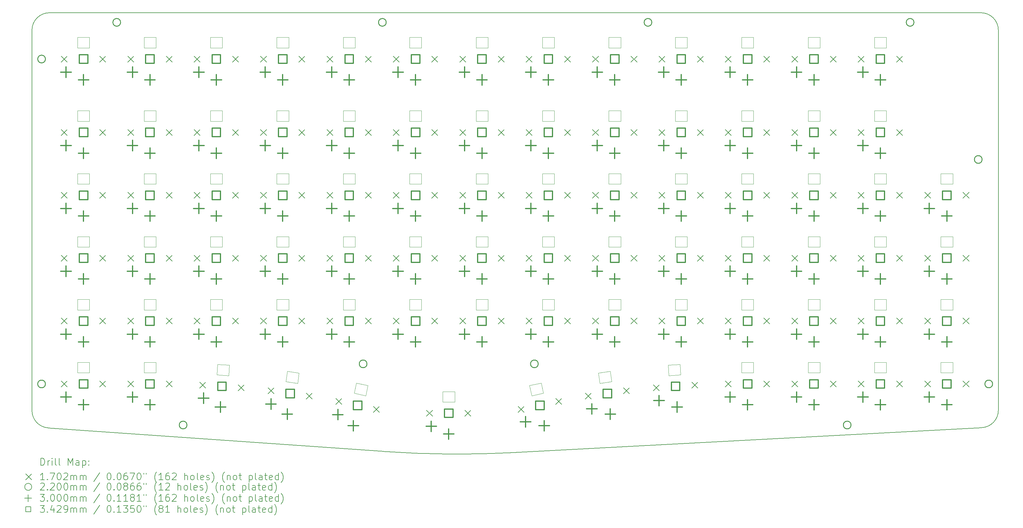
<source format=gbr>
%TF.GenerationSoftware,KiCad,Pcbnew,8.0.7*%
%TF.CreationDate,2025-01-24T18:11:35+01:00*%
%TF.ProjectId,eepyboard_rev3,65657079-626f-4617-9264-5f726576332e,1.2*%
%TF.SameCoordinates,Original*%
%TF.FileFunction,Drillmap*%
%TF.FilePolarity,Positive*%
%FSLAX45Y45*%
G04 Gerber Fmt 4.5, Leading zero omitted, Abs format (unit mm)*
G04 Created by KiCad (PCBNEW 8.0.7) date 2025-01-24 18:11:35*
%MOMM*%
%LPD*%
G01*
G04 APERTURE LIST*
%ADD10C,0.150000*%
%ADD11C,0.120000*%
%ADD12C,0.200000*%
%ADD13C,0.170180*%
%ADD14C,0.220000*%
%ADD15C,0.300000*%
%ADD16C,0.342900*%
G04 APERTURE END LIST*
D10*
X33726675Y-7392590D02*
X33726675Y-18268561D01*
X33726675Y-18268561D02*
G75*
G02*
X33253319Y-18767848I-500001J3D01*
G01*
X6076675Y-7392590D02*
G75*
G02*
X6576675Y-6892590I500000J0D01*
G01*
X19854899Y-19482844D02*
G75*
G02*
X16150392Y-19451467I-1598644J29957426D01*
G01*
X33253319Y-18767850D02*
X19854899Y-19482844D01*
X6076675Y-18276538D02*
X6076675Y-7392590D01*
X6541577Y-18775305D02*
X16150392Y-19451467D01*
X33226675Y-6892590D02*
G75*
G02*
X33726672Y-7392590I0J-499998D01*
G01*
X6576675Y-6892590D02*
X33226675Y-6892590D01*
X6541577Y-18775305D02*
G75*
G02*
X6076674Y-18276538I35097J498767D01*
G01*
D11*
X22581675Y-11497590D02*
X22921675Y-11497590D01*
X22581675Y-11797590D02*
X22581675Y-11497590D01*
X22921675Y-11497590D02*
X22921675Y-11797590D01*
X22921675Y-11797590D02*
X22581675Y-11797590D01*
X28281675Y-11497590D02*
X28621675Y-11497590D01*
X28281675Y-11797590D02*
X28281675Y-11497590D01*
X28621675Y-11497590D02*
X28621675Y-11797590D01*
X28621675Y-11797590D02*
X28281675Y-11797590D01*
X30181675Y-7597590D02*
X30521675Y-7597590D01*
X30181675Y-7897590D02*
X30181675Y-7597590D01*
X30521675Y-7597590D02*
X30521675Y-7897590D01*
X30521675Y-7897590D02*
X30181675Y-7897590D01*
X28281675Y-9697590D02*
X28621675Y-9697590D01*
X28281675Y-9997590D02*
X28281675Y-9697590D01*
X28621675Y-9697590D02*
X28621675Y-9997590D01*
X28621675Y-9997590D02*
X28281675Y-9997590D01*
X16881675Y-13297590D02*
X17221675Y-13297590D01*
X16881675Y-13597590D02*
X16881675Y-13297590D01*
X17221675Y-13297590D02*
X17221675Y-13597590D01*
X17221675Y-13597590D02*
X16881675Y-13597590D01*
X13081674Y-11497590D02*
X13421674Y-11497590D01*
X13081674Y-11797590D02*
X13081674Y-11497590D01*
X13421674Y-11497590D02*
X13421674Y-11797590D01*
X13421674Y-11797590D02*
X13081674Y-11797590D01*
X26381675Y-7597590D02*
X26721675Y-7597590D01*
X26381675Y-7897590D02*
X26381675Y-7597590D01*
X26721675Y-7597590D02*
X26721675Y-7897590D01*
X26721675Y-7897590D02*
X26381675Y-7897590D01*
X28281675Y-15097590D02*
X28621675Y-15097590D01*
X28281675Y-15397590D02*
X28281675Y-15097590D01*
X28621675Y-15097590D02*
X28621675Y-15397590D01*
X28621675Y-15397590D02*
X28281675Y-15397590D01*
X24481675Y-7597590D02*
X24821675Y-7597590D01*
X24481675Y-7897590D02*
X24481675Y-7597590D01*
X24821675Y-7597590D02*
X24821675Y-7897590D01*
X24821675Y-7897590D02*
X24481675Y-7897590D01*
X16881675Y-9697590D02*
X17221675Y-9697590D01*
X16881675Y-9997590D02*
X16881675Y-9697590D01*
X17221675Y-9697590D02*
X17221675Y-9997590D01*
X17221675Y-9997590D02*
X16881675Y-9997590D01*
X20681675Y-13297590D02*
X21021675Y-13297590D01*
X20681675Y-13597590D02*
X20681675Y-13297590D01*
X21021675Y-13297590D02*
X21021675Y-13597590D01*
X21021675Y-13597590D02*
X20681675Y-13597590D01*
X32081675Y-11497590D02*
X32421675Y-11497590D01*
X32081675Y-11797590D02*
X32081675Y-11497590D01*
X32421675Y-11497590D02*
X32421675Y-11797590D01*
X32421675Y-11797590D02*
X32081675Y-11797590D01*
X28281675Y-7597590D02*
X28621675Y-7597590D01*
X28281675Y-7897590D02*
X28281675Y-7597590D01*
X28621675Y-7597590D02*
X28621675Y-7897590D01*
X28621675Y-7897590D02*
X28281675Y-7897590D01*
X26381674Y-9697590D02*
X26721674Y-9697590D01*
X26381674Y-9997590D02*
X26381674Y-9697590D01*
X26721674Y-9697590D02*
X26721674Y-9997590D01*
X26721674Y-9997590D02*
X26381674Y-9997590D01*
X32081675Y-13297590D02*
X32421675Y-13297590D01*
X32081675Y-13597590D02*
X32081675Y-13297590D01*
X32421675Y-13297590D02*
X32421675Y-13597590D01*
X32421675Y-13597590D02*
X32081675Y-13597590D01*
X18781675Y-15097590D02*
X19121675Y-15097590D01*
X18781675Y-15397590D02*
X18781675Y-15097590D01*
X19121675Y-15097590D02*
X19121675Y-15397590D01*
X19121675Y-15397590D02*
X18781675Y-15397590D01*
X18781675Y-11497590D02*
X19121675Y-11497590D01*
X18781675Y-11797590D02*
X18781675Y-11497590D01*
X19121675Y-11497590D02*
X19121675Y-11797590D01*
X19121675Y-11797590D02*
X18781675Y-11797590D01*
X24481675Y-15097590D02*
X24821675Y-15097590D01*
X24481675Y-15397590D02*
X24481675Y-15097590D01*
X24821675Y-15097590D02*
X24821675Y-15397590D01*
X24821675Y-15397590D02*
X24481675Y-15397590D01*
X14981675Y-15097590D02*
X15321675Y-15097590D01*
X14981675Y-15397590D02*
X14981675Y-15097590D01*
X15321675Y-15097590D02*
X15321675Y-15397590D01*
X15321675Y-15397590D02*
X14981675Y-15397590D01*
X9281675Y-13297590D02*
X9621675Y-13297590D01*
X9281675Y-13597590D02*
X9281675Y-13297590D01*
X9621675Y-13297590D02*
X9621675Y-13597590D01*
X9621675Y-13597590D02*
X9281675Y-13597590D01*
X13081675Y-13297590D02*
X13421675Y-13297590D01*
X13081675Y-13597590D02*
X13081675Y-13297590D01*
X13421675Y-13297590D02*
X13421675Y-13597590D01*
X13421675Y-13597590D02*
X13081675Y-13597590D01*
X11181675Y-13297590D02*
X11521675Y-13297590D01*
X11181675Y-13597590D02*
X11181675Y-13297590D01*
X11521675Y-13297590D02*
X11521675Y-13597590D01*
X11521675Y-13597590D02*
X11181675Y-13597590D01*
X24481674Y-13297590D02*
X24821674Y-13297590D01*
X24481674Y-13597590D02*
X24481674Y-13297590D01*
X24821674Y-13297590D02*
X24821674Y-13597590D01*
X24821674Y-13597590D02*
X24481674Y-13597590D01*
X26381675Y-15097590D02*
X26721675Y-15097590D01*
X26381675Y-15397590D02*
X26381675Y-15097590D01*
X26721675Y-15097590D02*
X26721675Y-15397590D01*
X26721675Y-15397590D02*
X26381675Y-15397590D01*
X18781675Y-7597590D02*
X19121675Y-7597590D01*
X18781675Y-7897590D02*
X18781675Y-7597590D01*
X19121675Y-7597590D02*
X19121675Y-7897590D01*
X19121675Y-7897590D02*
X18781675Y-7897590D01*
X32081675Y-15097590D02*
X32421675Y-15097590D01*
X32081675Y-15397590D02*
X32081675Y-15097590D01*
X32421675Y-15097590D02*
X32421675Y-15397590D01*
X32421675Y-15397590D02*
X32081675Y-15397590D01*
X17831675Y-17736740D02*
X18171675Y-17736740D01*
X17831675Y-18036740D02*
X17831675Y-17736740D01*
X18171675Y-17736740D02*
X18171675Y-18036740D01*
X18171675Y-18036740D02*
X17831675Y-18036740D01*
X18781675Y-9697590D02*
X19121675Y-9697590D01*
X18781675Y-9997590D02*
X18781675Y-9697590D01*
X19121675Y-9697590D02*
X19121675Y-9997590D01*
X19121675Y-9997590D02*
X18781675Y-9997590D01*
X28281675Y-16897590D02*
X28621675Y-16897590D01*
X28281675Y-17197590D02*
X28281675Y-16897590D01*
X28621675Y-16897590D02*
X28621675Y-17197590D01*
X28621675Y-17197590D02*
X28281675Y-17197590D01*
X20681675Y-7597590D02*
X21021675Y-7597590D01*
X20681675Y-7897590D02*
X20681675Y-7597590D01*
X21021675Y-7597590D02*
X21021675Y-7897590D01*
X21021675Y-7897590D02*
X20681675Y-7897590D01*
X14981674Y-7597590D02*
X15321674Y-7597590D01*
X14981674Y-7897590D02*
X14981674Y-7597590D01*
X15321674Y-7597590D02*
X15321674Y-7897590D01*
X15321674Y-7897590D02*
X14981674Y-7897590D01*
X30181674Y-16897590D02*
X30521674Y-16897590D01*
X30181674Y-17197590D02*
X30181674Y-16897590D01*
X30521674Y-16897590D02*
X30521674Y-17197590D01*
X30521674Y-17197590D02*
X30181674Y-17197590D01*
X30181675Y-11497590D02*
X30521675Y-11497590D01*
X30181675Y-11797590D02*
X30181675Y-11497590D01*
X30521675Y-11497590D02*
X30521675Y-11797590D01*
X30521675Y-11797590D02*
X30181675Y-11797590D01*
X30181675Y-9697590D02*
X30521675Y-9697590D01*
X30181675Y-9997590D02*
X30181675Y-9697590D01*
X30521675Y-9697590D02*
X30521675Y-9997590D01*
X30521675Y-9997590D02*
X30181675Y-9997590D01*
X11181675Y-9697590D02*
X11521675Y-9697590D01*
X11181675Y-9997590D02*
X11181675Y-9697590D01*
X11521675Y-9697590D02*
X11521675Y-9997590D01*
X11521675Y-9997590D02*
X11181675Y-9997590D01*
X20681675Y-15097590D02*
X21021675Y-15097590D01*
X20681675Y-15397590D02*
X20681675Y-15097590D01*
X21021675Y-15097590D02*
X21021675Y-15397590D01*
X21021675Y-15397590D02*
X20681675Y-15397590D01*
X20681675Y-9697590D02*
X21021675Y-9697590D01*
X20681675Y-9997590D02*
X20681675Y-9697590D01*
X21021675Y-9697590D02*
X21021675Y-9997590D01*
X21021675Y-9997590D02*
X20681675Y-9997590D01*
X9281675Y-16897590D02*
X9621675Y-16897590D01*
X9281675Y-17197590D02*
X9281675Y-16897590D01*
X9621675Y-16897590D02*
X9621675Y-17197590D01*
X9621675Y-17197590D02*
X9281675Y-17197590D01*
X7381674Y-15097590D02*
X7721674Y-15097590D01*
X7381674Y-15397590D02*
X7381674Y-15097590D01*
X7721674Y-15097590D02*
X7721674Y-15397590D01*
X7721674Y-15397590D02*
X7381674Y-15397590D01*
X7381675Y-13297590D02*
X7721675Y-13297590D01*
X7381675Y-13597590D02*
X7381675Y-13297590D01*
X7721675Y-13297590D02*
X7721675Y-13597590D01*
X7721675Y-13597590D02*
X7381675Y-13597590D01*
X22581675Y-15097590D02*
X22921675Y-15097590D01*
X22581675Y-15397590D02*
X22581675Y-15097590D01*
X22921675Y-15097590D02*
X22921675Y-15397590D01*
X22921675Y-15397590D02*
X22581675Y-15397590D01*
X9281675Y-9697590D02*
X9621675Y-9697590D01*
X9281675Y-9997590D02*
X9281675Y-9697590D01*
X9621675Y-9697590D02*
X9621675Y-9997590D01*
X9621675Y-9997590D02*
X9281675Y-9997590D01*
X16881675Y-11497590D02*
X17221675Y-11497590D01*
X16881675Y-11797590D02*
X16881675Y-11497590D01*
X17221675Y-11497590D02*
X17221675Y-11797590D01*
X17221675Y-11797590D02*
X16881675Y-11797590D01*
X26381675Y-13297590D02*
X26721675Y-13297590D01*
X26381675Y-13597590D02*
X26381675Y-13297590D01*
X26721675Y-13297590D02*
X26721675Y-13597590D01*
X26721675Y-13597590D02*
X26381675Y-13597590D01*
X18781675Y-13297590D02*
X19121675Y-13297590D01*
X18781675Y-13597590D02*
X18781675Y-13297590D01*
X19121675Y-13297590D02*
X19121675Y-13597590D01*
X19121675Y-13597590D02*
X18781675Y-13597590D01*
X20313243Y-17560633D02*
X20645813Y-17489943D01*
X20375616Y-17854077D02*
X20313243Y-17560633D01*
X20645813Y-17489943D02*
X20708186Y-17783387D01*
X20708186Y-17783387D02*
X20375616Y-17854077D01*
X11181675Y-15097590D02*
X11521675Y-15097590D01*
X11181675Y-15397590D02*
X11181675Y-15097590D01*
X11521675Y-15097590D02*
X11521675Y-15397590D01*
X11521675Y-15397590D02*
X11181675Y-15397590D01*
X22581674Y-13297590D02*
X22921674Y-13297590D01*
X22581674Y-13597590D02*
X22581674Y-13297590D01*
X22921674Y-13297590D02*
X22921674Y-13597590D01*
X22921674Y-13597590D02*
X22581674Y-13597590D01*
X13339247Y-17450555D02*
X13380998Y-17153475D01*
X13380998Y-17153475D02*
X13717689Y-17200794D01*
X13675938Y-17497874D02*
X13339247Y-17450555D01*
X13717689Y-17200794D02*
X13675938Y-17497874D01*
X11364878Y-17254971D02*
X11385805Y-16955703D01*
X11385805Y-16955703D02*
X11724976Y-16979420D01*
X11704049Y-17278689D02*
X11364878Y-17254971D01*
X11724976Y-16979420D02*
X11704049Y-17278689D01*
X26381675Y-16897590D02*
X26721675Y-16897590D01*
X26381675Y-17197590D02*
X26381675Y-16897590D01*
X26721675Y-16897590D02*
X26721675Y-17197590D01*
X26721675Y-17197590D02*
X26381675Y-17197590D01*
X9281675Y-7597590D02*
X9621675Y-7597590D01*
X9281675Y-7897590D02*
X9281675Y-7597590D01*
X9621675Y-7597590D02*
X9621675Y-7897590D01*
X9621675Y-7897590D02*
X9281675Y-7897590D01*
X14981674Y-13297590D02*
X15321674Y-13297590D01*
X14981674Y-13597590D02*
X14981674Y-13297590D01*
X15321674Y-13297590D02*
X15321674Y-13597590D01*
X15321674Y-13597590D02*
X14981674Y-13597590D01*
X11181675Y-7597590D02*
X11521675Y-7597590D01*
X11181675Y-7897590D02*
X11181675Y-7597590D01*
X11521675Y-7597590D02*
X11521675Y-7897590D01*
X11521675Y-7897590D02*
X11181675Y-7897590D01*
X13081675Y-15097590D02*
X13421675Y-15097590D01*
X13081675Y-15397590D02*
X13081675Y-15097590D01*
X13421675Y-15097590D02*
X13421675Y-15397590D01*
X13421675Y-15397590D02*
X13081675Y-15397590D01*
X24278373Y-16979420D02*
X24617545Y-16955703D01*
X24299300Y-17278689D02*
X24278373Y-16979420D01*
X24617545Y-16955703D02*
X24638472Y-17254972D01*
X24638472Y-17254972D02*
X24299300Y-17278689D01*
X15295164Y-17783387D02*
X15357537Y-17489943D01*
X15357537Y-17489943D02*
X15690107Y-17560633D01*
X15627733Y-17854077D02*
X15295164Y-17783387D01*
X15690107Y-17560633D02*
X15627733Y-17854077D01*
X14981675Y-11497590D02*
X15321675Y-11497590D01*
X14981675Y-11797590D02*
X14981675Y-11497590D01*
X15321675Y-11497590D02*
X15321675Y-11797590D01*
X15321675Y-11797590D02*
X14981675Y-11797590D01*
X30181675Y-15097590D02*
X30521675Y-15097590D01*
X30181675Y-15397590D02*
X30181675Y-15097590D01*
X30521675Y-15097590D02*
X30521675Y-15397590D01*
X30521675Y-15397590D02*
X30181675Y-15397590D01*
X14981675Y-9697590D02*
X15321675Y-9697590D01*
X14981675Y-9997590D02*
X14981675Y-9697590D01*
X15321675Y-9697590D02*
X15321675Y-9997590D01*
X15321675Y-9997590D02*
X14981675Y-9997590D01*
X11181675Y-11497590D02*
X11521675Y-11497590D01*
X11181675Y-11797590D02*
X11181675Y-11497590D01*
X11521675Y-11497590D02*
X11521675Y-11797590D01*
X11521675Y-11797590D02*
X11181675Y-11797590D01*
X32081675Y-16897590D02*
X32421675Y-16897590D01*
X32081675Y-17197590D02*
X32081675Y-16897590D01*
X32421675Y-16897590D02*
X32421675Y-17197590D01*
X32421675Y-17197590D02*
X32081675Y-17197590D01*
X7381675Y-11497590D02*
X7721675Y-11497590D01*
X7381675Y-11797590D02*
X7381675Y-11497590D01*
X7721675Y-11497590D02*
X7721675Y-11797590D01*
X7721675Y-11797590D02*
X7381675Y-11797590D01*
X28281675Y-13297590D02*
X28621675Y-13297590D01*
X28281675Y-13597590D02*
X28281675Y-13297590D01*
X28621675Y-13297590D02*
X28621675Y-13597590D01*
X28621675Y-13597590D02*
X28281675Y-13597590D01*
X16881675Y-7597590D02*
X17221675Y-7597590D01*
X16881675Y-7897590D02*
X16881675Y-7597590D01*
X17221675Y-7597590D02*
X17221675Y-7897590D01*
X17221675Y-7897590D02*
X16881675Y-7897590D01*
X24481675Y-11497590D02*
X24821675Y-11497590D01*
X24481675Y-11797590D02*
X24481675Y-11497590D01*
X24821675Y-11497590D02*
X24821675Y-11797590D01*
X24821675Y-11797590D02*
X24481675Y-11797590D01*
X13081675Y-9697590D02*
X13421675Y-9697590D01*
X13081675Y-9997590D02*
X13081675Y-9697590D01*
X13421675Y-9697590D02*
X13421675Y-9997590D01*
X13421675Y-9997590D02*
X13081675Y-9997590D01*
X7381675Y-7597590D02*
X7721675Y-7597590D01*
X7381675Y-7897590D02*
X7381675Y-7597590D01*
X7721675Y-7597590D02*
X7721675Y-7897590D01*
X7721675Y-7897590D02*
X7381675Y-7897590D01*
X26381675Y-11497590D02*
X26721675Y-11497590D01*
X26381675Y-11797590D02*
X26381675Y-11497590D01*
X26721675Y-11497590D02*
X26721675Y-11797590D01*
X26721675Y-11797590D02*
X26381675Y-11797590D01*
X22581675Y-9697590D02*
X22921675Y-9697590D01*
X22581675Y-9997590D02*
X22581675Y-9697590D01*
X22921675Y-9697590D02*
X22921675Y-9997590D01*
X22921675Y-9997590D02*
X22581675Y-9997590D01*
X7381675Y-9697590D02*
X7721675Y-9697590D01*
X7381675Y-9997590D02*
X7381675Y-9697590D01*
X7721675Y-9697590D02*
X7721675Y-9997590D01*
X7721675Y-9997590D02*
X7381675Y-9997590D01*
X13081675Y-7597590D02*
X13421675Y-7597590D01*
X13081675Y-7897590D02*
X13081675Y-7597590D01*
X13421675Y-7597590D02*
X13421675Y-7897590D01*
X13421675Y-7897590D02*
X13081675Y-7897590D01*
X24481674Y-9697590D02*
X24821674Y-9697590D01*
X24481674Y-9997590D02*
X24481674Y-9697590D01*
X24821674Y-9697590D02*
X24821674Y-9997590D01*
X24821674Y-9997590D02*
X24481674Y-9997590D01*
X22581675Y-7597590D02*
X22921675Y-7597590D01*
X22581675Y-7897590D02*
X22581675Y-7597590D01*
X22921675Y-7597590D02*
X22921675Y-7897590D01*
X22921675Y-7897590D02*
X22581675Y-7897590D01*
X30181675Y-13297590D02*
X30521675Y-13297590D01*
X30181675Y-13597590D02*
X30181675Y-13297590D01*
X30521675Y-13297590D02*
X30521675Y-13597590D01*
X30521675Y-13597590D02*
X30181675Y-13597590D01*
X20681675Y-11497590D02*
X21021675Y-11497590D01*
X20681675Y-11797590D02*
X20681675Y-11497590D01*
X21021675Y-11497590D02*
X21021675Y-11797590D01*
X21021675Y-11797590D02*
X20681675Y-11797590D01*
X9281675Y-15097590D02*
X9621675Y-15097590D01*
X9281675Y-15397590D02*
X9281675Y-15097590D01*
X9621675Y-15097590D02*
X9621675Y-15397590D01*
X9621675Y-15397590D02*
X9281675Y-15397590D01*
X22285660Y-17200794D02*
X22622351Y-17153475D01*
X22327412Y-17497874D02*
X22285660Y-17200794D01*
X22622351Y-17153475D02*
X22664103Y-17450555D01*
X22664103Y-17450555D02*
X22327412Y-17497874D01*
X9281675Y-11497590D02*
X9621675Y-11497590D01*
X9281675Y-11797590D02*
X9281675Y-11497590D01*
X9621675Y-11497590D02*
X9621675Y-11797590D01*
X9621675Y-11797590D02*
X9281675Y-11797590D01*
X7381675Y-16897590D02*
X7721675Y-16897590D01*
X7381675Y-17197590D02*
X7381675Y-16897590D01*
X7721675Y-16897590D02*
X7721675Y-17197590D01*
X7721675Y-17197590D02*
X7381675Y-17197590D01*
X16881675Y-15097590D02*
X17221675Y-15097590D01*
X16881675Y-15397590D02*
X16881675Y-15097590D01*
X17221675Y-15097590D02*
X17221675Y-15397590D01*
X17221675Y-15397590D02*
X16881675Y-15397590D01*
D12*
D13*
X6916584Y-17432500D02*
X7086764Y-17602680D01*
X7086764Y-17432500D02*
X6916584Y-17602680D01*
X6916585Y-8132500D02*
X7086765Y-8302680D01*
X7086765Y-8132500D02*
X6916585Y-8302680D01*
X6916585Y-12032500D02*
X7086765Y-12202680D01*
X7086765Y-12032500D02*
X6916585Y-12202680D01*
X6916585Y-10232500D02*
X7086765Y-10402680D01*
X7086765Y-10232500D02*
X6916585Y-10402680D01*
X6916585Y-13832500D02*
X7086765Y-14002680D01*
X7086765Y-13832500D02*
X6916585Y-14002680D01*
X6916585Y-15632500D02*
X7086765Y-15802680D01*
X7086765Y-15632500D02*
X6916585Y-15802680D01*
X8016584Y-17432500D02*
X8186764Y-17602680D01*
X8186764Y-17432500D02*
X8016584Y-17602680D01*
X8016585Y-8132500D02*
X8186765Y-8302680D01*
X8186765Y-8132500D02*
X8016585Y-8302680D01*
X8016585Y-12032500D02*
X8186765Y-12202680D01*
X8186765Y-12032500D02*
X8016585Y-12202680D01*
X8016585Y-10232500D02*
X8186765Y-10402680D01*
X8186765Y-10232500D02*
X8016585Y-10402680D01*
X8016585Y-13832500D02*
X8186765Y-14002680D01*
X8186765Y-13832500D02*
X8016585Y-14002680D01*
X8016585Y-15632500D02*
X8186765Y-15802680D01*
X8186765Y-15632500D02*
X8016585Y-15802680D01*
X8816584Y-8132500D02*
X8986764Y-8302680D01*
X8986764Y-8132500D02*
X8816584Y-8302680D01*
X8816585Y-13832500D02*
X8986765Y-14002680D01*
X8986765Y-13832500D02*
X8816585Y-14002680D01*
X8816585Y-10232500D02*
X8986765Y-10402680D01*
X8986765Y-10232500D02*
X8816585Y-10402680D01*
X8816585Y-12032500D02*
X8986765Y-12202680D01*
X8986765Y-12032500D02*
X8816585Y-12202680D01*
X8816585Y-15632500D02*
X8986765Y-15802680D01*
X8986765Y-15632500D02*
X8816585Y-15802680D01*
X8816585Y-17432500D02*
X8986765Y-17602680D01*
X8986765Y-17432500D02*
X8816585Y-17602680D01*
X9916584Y-8132500D02*
X10086764Y-8302680D01*
X10086764Y-8132500D02*
X9916584Y-8302680D01*
X9916585Y-13832500D02*
X10086765Y-14002680D01*
X10086765Y-13832500D02*
X9916585Y-14002680D01*
X9916585Y-10232500D02*
X10086765Y-10402680D01*
X10086765Y-10232500D02*
X9916585Y-10402680D01*
X9916585Y-12032500D02*
X10086765Y-12202680D01*
X10086765Y-12032500D02*
X9916585Y-12202680D01*
X9916585Y-15632500D02*
X10086765Y-15802680D01*
X10086765Y-15632500D02*
X9916585Y-15802680D01*
X9916585Y-17432500D02*
X10086765Y-17602680D01*
X10086765Y-17432500D02*
X9916585Y-17602680D01*
X10716585Y-8132500D02*
X10886765Y-8302680D01*
X10886765Y-8132500D02*
X10716585Y-8302680D01*
X10716585Y-10232500D02*
X10886765Y-10402680D01*
X10886765Y-10232500D02*
X10716585Y-10402680D01*
X10716585Y-12032500D02*
X10886765Y-12202680D01*
X10886765Y-12032500D02*
X10716585Y-12202680D01*
X10716585Y-15632500D02*
X10886765Y-15802680D01*
X10886765Y-15632500D02*
X10716585Y-15802680D01*
X10716585Y-13832500D02*
X10886765Y-14002680D01*
X10886765Y-13832500D02*
X10716585Y-14002680D01*
X10878391Y-17462595D02*
X11048571Y-17632775D01*
X11048571Y-17462595D02*
X10878391Y-17632775D01*
X11816584Y-8132500D02*
X11986764Y-8302680D01*
X11986764Y-8132500D02*
X11816584Y-8302680D01*
X11816585Y-10232500D02*
X11986765Y-10402680D01*
X11986765Y-10232500D02*
X11816585Y-10402680D01*
X11816585Y-12032500D02*
X11986765Y-12202680D01*
X11986765Y-12032500D02*
X11816585Y-12202680D01*
X11816585Y-15632500D02*
X11986765Y-15802680D01*
X11986765Y-15632500D02*
X11816585Y-15802680D01*
X11816585Y-13832500D02*
X11986765Y-14002680D01*
X11986765Y-13832500D02*
X11816585Y-14002680D01*
X11975712Y-17539327D02*
X12145892Y-17709507D01*
X12145892Y-17539327D02*
X11975712Y-17709507D01*
X12616584Y-10232500D02*
X12786764Y-10402680D01*
X12786764Y-10232500D02*
X12616584Y-10402680D01*
X12616585Y-12032500D02*
X12786765Y-12202680D01*
X12786765Y-12032500D02*
X12616585Y-12202680D01*
X12616585Y-15632500D02*
X12786765Y-15802680D01*
X12786765Y-15632500D02*
X12616585Y-15802680D01*
X12616585Y-8132500D02*
X12786765Y-8302680D01*
X12786765Y-8132500D02*
X12616585Y-8302680D01*
X12616585Y-13832500D02*
X12786765Y-14002680D01*
X12786765Y-13832500D02*
X12616585Y-14002680D01*
X12833319Y-17629465D02*
X13003499Y-17799645D01*
X13003499Y-17629465D02*
X12833319Y-17799645D01*
X13716584Y-10232500D02*
X13886764Y-10402680D01*
X13886764Y-10232500D02*
X13716584Y-10402680D01*
X13716585Y-12032500D02*
X13886765Y-12202680D01*
X13886765Y-12032500D02*
X13716585Y-12202680D01*
X13716585Y-15632500D02*
X13886765Y-15802680D01*
X13886765Y-15632500D02*
X13716585Y-15802680D01*
X13716585Y-8132500D02*
X13886765Y-8302680D01*
X13886765Y-8132500D02*
X13716585Y-8302680D01*
X13716585Y-13832500D02*
X13886765Y-14002680D01*
X13886765Y-13832500D02*
X13716585Y-14002680D01*
X13922614Y-17782556D02*
X14092794Y-17952736D01*
X14092794Y-17782556D02*
X13922614Y-17952736D01*
X14516584Y-13832500D02*
X14686764Y-14002680D01*
X14686764Y-13832500D02*
X14516584Y-14002680D01*
X14516585Y-10232500D02*
X14686765Y-10402680D01*
X14686765Y-10232500D02*
X14516585Y-10402680D01*
X14516585Y-15632500D02*
X14686765Y-15802680D01*
X14686765Y-15632500D02*
X14516585Y-15802680D01*
X14516585Y-8132500D02*
X14686765Y-8302680D01*
X14686765Y-8132500D02*
X14516585Y-8302680D01*
X14516585Y-12032500D02*
X14686765Y-12202680D01*
X14686765Y-12032500D02*
X14516585Y-12202680D01*
X14771846Y-17932298D02*
X14942026Y-18102478D01*
X14942026Y-17932298D02*
X14771846Y-18102478D01*
X15616584Y-13832500D02*
X15786764Y-14002680D01*
X15786764Y-13832500D02*
X15616584Y-14002680D01*
X15616585Y-10232500D02*
X15786765Y-10402680D01*
X15786765Y-10232500D02*
X15616585Y-10402680D01*
X15616585Y-15632500D02*
X15786765Y-15802680D01*
X15786765Y-15632500D02*
X15616585Y-15802680D01*
X15616585Y-8132500D02*
X15786765Y-8302680D01*
X15786765Y-8132500D02*
X15616585Y-8302680D01*
X15616585Y-12032500D02*
X15786765Y-12202680D01*
X15786765Y-12032500D02*
X15616585Y-12202680D01*
X15847808Y-18161001D02*
X16017988Y-18331181D01*
X16017988Y-18161001D02*
X15847808Y-18331181D01*
X16416584Y-13832500D02*
X16586764Y-14002680D01*
X16586764Y-13832500D02*
X16416584Y-14002680D01*
X16416585Y-12032500D02*
X16586765Y-12202680D01*
X16586765Y-12032500D02*
X16416585Y-12202680D01*
X16416585Y-8132500D02*
X16586765Y-8302680D01*
X16586765Y-8132500D02*
X16416585Y-8302680D01*
X16416585Y-15632500D02*
X16586765Y-15802680D01*
X16586765Y-15632500D02*
X16416585Y-15802680D01*
X16416585Y-10232500D02*
X16586765Y-10402680D01*
X16586765Y-10232500D02*
X16416585Y-10402680D01*
X17366585Y-18271650D02*
X17536765Y-18441830D01*
X17536765Y-18271650D02*
X17366585Y-18441830D01*
X17516585Y-13832500D02*
X17686765Y-14002680D01*
X17686765Y-13832500D02*
X17516585Y-14002680D01*
X17516585Y-12032500D02*
X17686765Y-12202680D01*
X17686765Y-12032500D02*
X17516585Y-12202680D01*
X17516585Y-8132500D02*
X17686765Y-8302680D01*
X17686765Y-8132500D02*
X17516585Y-8302680D01*
X17516585Y-15632500D02*
X17686765Y-15802680D01*
X17686765Y-15632500D02*
X17516585Y-15802680D01*
X17516585Y-10232500D02*
X17686765Y-10402680D01*
X17686765Y-10232500D02*
X17516585Y-10402680D01*
X18316585Y-10232500D02*
X18486765Y-10402680D01*
X18486765Y-10232500D02*
X18316585Y-10402680D01*
X18316585Y-13832500D02*
X18486765Y-14002680D01*
X18486765Y-13832500D02*
X18316585Y-14002680D01*
X18316585Y-15632500D02*
X18486765Y-15802680D01*
X18486765Y-15632500D02*
X18316585Y-15802680D01*
X18316585Y-12032500D02*
X18486765Y-12202680D01*
X18486765Y-12032500D02*
X18316585Y-12202680D01*
X18316585Y-8132500D02*
X18486765Y-8302680D01*
X18486765Y-8132500D02*
X18316585Y-8302680D01*
X18466585Y-18271650D02*
X18636765Y-18441830D01*
X18636765Y-18271650D02*
X18466585Y-18441830D01*
X19416585Y-10232500D02*
X19586765Y-10402680D01*
X19586765Y-10232500D02*
X19416585Y-10402680D01*
X19416585Y-13832500D02*
X19586765Y-14002680D01*
X19586765Y-13832500D02*
X19416585Y-14002680D01*
X19416585Y-15632500D02*
X19586765Y-15802680D01*
X19586765Y-15632500D02*
X19416585Y-15802680D01*
X19416585Y-12032500D02*
X19586765Y-12202680D01*
X19586765Y-12032500D02*
X19416585Y-12202680D01*
X19416585Y-8132500D02*
X19586765Y-8302680D01*
X19586765Y-8132500D02*
X19416585Y-8302680D01*
X19985362Y-18161001D02*
X20155542Y-18331181D01*
X20155542Y-18161001D02*
X19985362Y-18331181D01*
X20216585Y-13832500D02*
X20386765Y-14002680D01*
X20386765Y-13832500D02*
X20216585Y-14002680D01*
X20216585Y-15632500D02*
X20386765Y-15802680D01*
X20386765Y-15632500D02*
X20216585Y-15802680D01*
X20216585Y-10232500D02*
X20386765Y-10402680D01*
X20386765Y-10232500D02*
X20216585Y-10402680D01*
X20216585Y-12032500D02*
X20386765Y-12202680D01*
X20386765Y-12032500D02*
X20216585Y-12202680D01*
X20216585Y-8132500D02*
X20386765Y-8302680D01*
X20386765Y-8132500D02*
X20216585Y-8302680D01*
X21061324Y-17932298D02*
X21231504Y-18102478D01*
X21231504Y-17932298D02*
X21061324Y-18102478D01*
X21316585Y-13832500D02*
X21486765Y-14002680D01*
X21486765Y-13832500D02*
X21316585Y-14002680D01*
X21316585Y-15632500D02*
X21486765Y-15802680D01*
X21486765Y-15632500D02*
X21316585Y-15802680D01*
X21316585Y-10232500D02*
X21486765Y-10402680D01*
X21486765Y-10232500D02*
X21316585Y-10402680D01*
X21316585Y-12032500D02*
X21486765Y-12202680D01*
X21486765Y-12032500D02*
X21316585Y-12202680D01*
X21316585Y-8132500D02*
X21486765Y-8302680D01*
X21486765Y-8132500D02*
X21316585Y-8302680D01*
X21910555Y-17782556D02*
X22080735Y-17952736D01*
X22080735Y-17782556D02*
X21910555Y-17952736D01*
X22116585Y-12032500D02*
X22286765Y-12202680D01*
X22286765Y-12032500D02*
X22116585Y-12202680D01*
X22116585Y-15632500D02*
X22286765Y-15802680D01*
X22286765Y-15632500D02*
X22116585Y-15802680D01*
X22116585Y-10232500D02*
X22286765Y-10402680D01*
X22286765Y-10232500D02*
X22116585Y-10402680D01*
X22116585Y-8132500D02*
X22286765Y-8302680D01*
X22286765Y-8132500D02*
X22116585Y-8302680D01*
X22116585Y-13832500D02*
X22286765Y-14002680D01*
X22286765Y-13832500D02*
X22116585Y-14002680D01*
X22999850Y-17629466D02*
X23170030Y-17799646D01*
X23170030Y-17629466D02*
X22999850Y-17799646D01*
X23216585Y-12032500D02*
X23386765Y-12202680D01*
X23386765Y-12032500D02*
X23216585Y-12202680D01*
X23216585Y-15632500D02*
X23386765Y-15802680D01*
X23386765Y-15632500D02*
X23216585Y-15802680D01*
X23216585Y-10232500D02*
X23386765Y-10402680D01*
X23386765Y-10232500D02*
X23216585Y-10402680D01*
X23216585Y-8132500D02*
X23386765Y-8302680D01*
X23386765Y-8132500D02*
X23216585Y-8302680D01*
X23216585Y-13832500D02*
X23386765Y-14002680D01*
X23386765Y-13832500D02*
X23216585Y-14002680D01*
X23857458Y-17539327D02*
X24027638Y-17709507D01*
X24027638Y-17539327D02*
X23857458Y-17709507D01*
X24016585Y-10232500D02*
X24186765Y-10402680D01*
X24186765Y-10232500D02*
X24016585Y-10402680D01*
X24016585Y-12032500D02*
X24186765Y-12202680D01*
X24186765Y-12032500D02*
X24016585Y-12202680D01*
X24016585Y-15632500D02*
X24186765Y-15802680D01*
X24186765Y-15632500D02*
X24016585Y-15802680D01*
X24016585Y-8132500D02*
X24186765Y-8302680D01*
X24186765Y-8132500D02*
X24016585Y-8302680D01*
X24016585Y-13832500D02*
X24186765Y-14002680D01*
X24186765Y-13832500D02*
X24016585Y-14002680D01*
X24954778Y-17462595D02*
X25124958Y-17632775D01*
X25124958Y-17462595D02*
X24954778Y-17632775D01*
X25116585Y-10232500D02*
X25286765Y-10402680D01*
X25286765Y-10232500D02*
X25116585Y-10402680D01*
X25116585Y-12032500D02*
X25286765Y-12202680D01*
X25286765Y-12032500D02*
X25116585Y-12202680D01*
X25116585Y-15632500D02*
X25286765Y-15802680D01*
X25286765Y-15632500D02*
X25116585Y-15802680D01*
X25116585Y-8132500D02*
X25286765Y-8302680D01*
X25286765Y-8132500D02*
X25116585Y-8302680D01*
X25116585Y-13832500D02*
X25286765Y-14002680D01*
X25286765Y-13832500D02*
X25116585Y-14002680D01*
X25916584Y-12032500D02*
X26086764Y-12202680D01*
X26086764Y-12032500D02*
X25916584Y-12202680D01*
X25916585Y-15632500D02*
X26086765Y-15802680D01*
X26086765Y-15632500D02*
X25916585Y-15802680D01*
X25916585Y-17432500D02*
X26086765Y-17602680D01*
X26086765Y-17432500D02*
X25916585Y-17602680D01*
X25916585Y-10232500D02*
X26086765Y-10402680D01*
X26086765Y-10232500D02*
X25916585Y-10402680D01*
X25916585Y-8132500D02*
X26086765Y-8302680D01*
X26086765Y-8132500D02*
X25916585Y-8302680D01*
X25916585Y-13832500D02*
X26086765Y-14002680D01*
X26086765Y-13832500D02*
X25916585Y-14002680D01*
X27016584Y-12032500D02*
X27186764Y-12202680D01*
X27186764Y-12032500D02*
X27016584Y-12202680D01*
X27016585Y-15632500D02*
X27186765Y-15802680D01*
X27186765Y-15632500D02*
X27016585Y-15802680D01*
X27016585Y-17432500D02*
X27186765Y-17602680D01*
X27186765Y-17432500D02*
X27016585Y-17602680D01*
X27016585Y-10232500D02*
X27186765Y-10402680D01*
X27186765Y-10232500D02*
X27016585Y-10402680D01*
X27016585Y-8132500D02*
X27186765Y-8302680D01*
X27186765Y-8132500D02*
X27016585Y-8302680D01*
X27016585Y-13832500D02*
X27186765Y-14002680D01*
X27186765Y-13832500D02*
X27016585Y-14002680D01*
X27816584Y-12032500D02*
X27986764Y-12202680D01*
X27986764Y-12032500D02*
X27816584Y-12202680D01*
X27816585Y-15632500D02*
X27986765Y-15802680D01*
X27986765Y-15632500D02*
X27816585Y-15802680D01*
X27816585Y-17432500D02*
X27986765Y-17602680D01*
X27986765Y-17432500D02*
X27816585Y-17602680D01*
X27816585Y-8132500D02*
X27986765Y-8302680D01*
X27986765Y-8132500D02*
X27816585Y-8302680D01*
X27816585Y-10232500D02*
X27986765Y-10402680D01*
X27986765Y-10232500D02*
X27816585Y-10402680D01*
X27816585Y-13832500D02*
X27986765Y-14002680D01*
X27986765Y-13832500D02*
X27816585Y-14002680D01*
X28916584Y-12032500D02*
X29086764Y-12202680D01*
X29086764Y-12032500D02*
X28916584Y-12202680D01*
X28916585Y-15632500D02*
X29086765Y-15802680D01*
X29086765Y-15632500D02*
X28916585Y-15802680D01*
X28916585Y-17432500D02*
X29086765Y-17602680D01*
X29086765Y-17432500D02*
X28916585Y-17602680D01*
X28916585Y-8132500D02*
X29086765Y-8302680D01*
X29086765Y-8132500D02*
X28916585Y-8302680D01*
X28916585Y-10232500D02*
X29086765Y-10402680D01*
X29086765Y-10232500D02*
X28916585Y-10402680D01*
X28916585Y-13832500D02*
X29086765Y-14002680D01*
X29086765Y-13832500D02*
X28916585Y-14002680D01*
X29716584Y-15632500D02*
X29886764Y-15802680D01*
X29886764Y-15632500D02*
X29716584Y-15802680D01*
X29716585Y-8132500D02*
X29886765Y-8302680D01*
X29886765Y-8132500D02*
X29716585Y-8302680D01*
X29716585Y-12032500D02*
X29886765Y-12202680D01*
X29886765Y-12032500D02*
X29716585Y-12202680D01*
X29716585Y-10232500D02*
X29886765Y-10402680D01*
X29886765Y-10232500D02*
X29716585Y-10402680D01*
X29716585Y-17432500D02*
X29886765Y-17602680D01*
X29886765Y-17432500D02*
X29716585Y-17602680D01*
X29716585Y-13832500D02*
X29886765Y-14002680D01*
X29886765Y-13832500D02*
X29716585Y-14002680D01*
X30816584Y-15632500D02*
X30986764Y-15802680D01*
X30986764Y-15632500D02*
X30816584Y-15802680D01*
X30816585Y-8132500D02*
X30986765Y-8302680D01*
X30986765Y-8132500D02*
X30816585Y-8302680D01*
X30816585Y-12032500D02*
X30986765Y-12202680D01*
X30986765Y-12032500D02*
X30816585Y-12202680D01*
X30816585Y-10232500D02*
X30986765Y-10402680D01*
X30986765Y-10232500D02*
X30816585Y-10402680D01*
X30816585Y-17432500D02*
X30986765Y-17602680D01*
X30986765Y-17432500D02*
X30816585Y-17602680D01*
X30816585Y-13832500D02*
X30986765Y-14002680D01*
X30986765Y-13832500D02*
X30816585Y-14002680D01*
X31616584Y-15632500D02*
X31786764Y-15802680D01*
X31786764Y-15632500D02*
X31616584Y-15802680D01*
X31616585Y-13832500D02*
X31786765Y-14002680D01*
X31786765Y-13832500D02*
X31616585Y-14002680D01*
X31616585Y-17432500D02*
X31786765Y-17602680D01*
X31786765Y-17432500D02*
X31616585Y-17602680D01*
X31616585Y-12032500D02*
X31786765Y-12202680D01*
X31786765Y-12032500D02*
X31616585Y-12202680D01*
X32716584Y-15632500D02*
X32886764Y-15802680D01*
X32886764Y-15632500D02*
X32716584Y-15802680D01*
X32716585Y-13832500D02*
X32886765Y-14002680D01*
X32886765Y-13832500D02*
X32716585Y-14002680D01*
X32716585Y-17432500D02*
X32886765Y-17602680D01*
X32886765Y-17432500D02*
X32716585Y-17602680D01*
X32716585Y-12032500D02*
X32886765Y-12202680D01*
X32886765Y-12032500D02*
X32716585Y-12202680D01*
D14*
X6461675Y-17517590D02*
G75*
G02*
X6241675Y-17517590I-110000J0D01*
G01*
X6241675Y-17517590D02*
G75*
G02*
X6461675Y-17517590I110000J0D01*
G01*
X6461675Y-8217590D02*
G75*
G02*
X6241675Y-8217590I-110000J0D01*
G01*
X6241675Y-8217590D02*
G75*
G02*
X6461675Y-8217590I110000J0D01*
G01*
X8611675Y-7167590D02*
G75*
G02*
X8391675Y-7167590I-110000J0D01*
G01*
X8391675Y-7167590D02*
G75*
G02*
X8611675Y-7167590I110000J0D01*
G01*
X10511675Y-18692590D02*
G75*
G02*
X10291675Y-18692590I-110000J0D01*
G01*
X10291675Y-18692590D02*
G75*
G02*
X10511675Y-18692590I110000J0D01*
G01*
X15661675Y-16942590D02*
G75*
G02*
X15441675Y-16942590I-110000J0D01*
G01*
X15441675Y-16942590D02*
G75*
G02*
X15661675Y-16942590I110000J0D01*
G01*
X16211675Y-7167590D02*
G75*
G02*
X15991675Y-7167590I-110000J0D01*
G01*
X15991675Y-7167590D02*
G75*
G02*
X16211675Y-7167590I110000J0D01*
G01*
X20561675Y-16942590D02*
G75*
G02*
X20341675Y-16942590I-110000J0D01*
G01*
X20341675Y-16942590D02*
G75*
G02*
X20561675Y-16942590I110000J0D01*
G01*
X23811675Y-7167590D02*
G75*
G02*
X23591675Y-7167590I-110000J0D01*
G01*
X23591675Y-7167590D02*
G75*
G02*
X23811675Y-7167590I110000J0D01*
G01*
X29511675Y-18692590D02*
G75*
G02*
X29291675Y-18692590I-110000J0D01*
G01*
X29291675Y-18692590D02*
G75*
G02*
X29511675Y-18692590I110000J0D01*
G01*
X31311675Y-7167590D02*
G75*
G02*
X31091675Y-7167590I-110000J0D01*
G01*
X31091675Y-7167590D02*
G75*
G02*
X31311675Y-7167590I110000J0D01*
G01*
X33261675Y-11092590D02*
G75*
G02*
X33041675Y-11092590I-110000J0D01*
G01*
X33041675Y-11092590D02*
G75*
G02*
X33261675Y-11092590I110000J0D01*
G01*
X33561674Y-17517590D02*
G75*
G02*
X33341674Y-17517590I-110000J0D01*
G01*
X33341674Y-17517590D02*
G75*
G02*
X33561674Y-17517590I110000J0D01*
G01*
D15*
X7051674Y-17742590D02*
X7051674Y-18042590D01*
X6901674Y-17892590D02*
X7201674Y-17892590D01*
X7051675Y-8442590D02*
X7051675Y-8742590D01*
X6901675Y-8592590D02*
X7201675Y-8592590D01*
X7051675Y-12342590D02*
X7051675Y-12642590D01*
X6901675Y-12492590D02*
X7201675Y-12492590D01*
X7051675Y-10542590D02*
X7051675Y-10842590D01*
X6901675Y-10692590D02*
X7201675Y-10692590D01*
X7051675Y-14142590D02*
X7051675Y-14442590D01*
X6901675Y-14292590D02*
X7201675Y-14292590D01*
X7051675Y-15942590D02*
X7051675Y-16242590D01*
X6901675Y-16092590D02*
X7201675Y-16092590D01*
X7551674Y-17962590D02*
X7551674Y-18262590D01*
X7401674Y-18112590D02*
X7701674Y-18112590D01*
X7551675Y-8662590D02*
X7551675Y-8962590D01*
X7401675Y-8812590D02*
X7701675Y-8812590D01*
X7551675Y-12562590D02*
X7551675Y-12862590D01*
X7401675Y-12712590D02*
X7701675Y-12712590D01*
X7551675Y-10762590D02*
X7551675Y-11062590D01*
X7401675Y-10912590D02*
X7701675Y-10912590D01*
X7551675Y-14362590D02*
X7551675Y-14662590D01*
X7401675Y-14512590D02*
X7701675Y-14512590D01*
X7551675Y-16162590D02*
X7551675Y-16462590D01*
X7401675Y-16312590D02*
X7701675Y-16312590D01*
X8951674Y-8442590D02*
X8951674Y-8742590D01*
X8801674Y-8592590D02*
X9101674Y-8592590D01*
X8951675Y-14142590D02*
X8951675Y-14442590D01*
X8801675Y-14292590D02*
X9101675Y-14292590D01*
X8951675Y-10542590D02*
X8951675Y-10842590D01*
X8801675Y-10692590D02*
X9101675Y-10692590D01*
X8951675Y-12342590D02*
X8951675Y-12642590D01*
X8801675Y-12492590D02*
X9101675Y-12492590D01*
X8951675Y-15942590D02*
X8951675Y-16242590D01*
X8801675Y-16092590D02*
X9101675Y-16092590D01*
X8951675Y-17742590D02*
X8951675Y-18042590D01*
X8801675Y-17892590D02*
X9101675Y-17892590D01*
X9451674Y-8662590D02*
X9451674Y-8962590D01*
X9301674Y-8812590D02*
X9601674Y-8812590D01*
X9451675Y-14362590D02*
X9451675Y-14662590D01*
X9301675Y-14512590D02*
X9601675Y-14512590D01*
X9451675Y-10762590D02*
X9451675Y-11062590D01*
X9301675Y-10912590D02*
X9601675Y-10912590D01*
X9451675Y-12562590D02*
X9451675Y-12862590D01*
X9301675Y-12712590D02*
X9601675Y-12712590D01*
X9451675Y-16162590D02*
X9451675Y-16462590D01*
X9301675Y-16312590D02*
X9601675Y-16312590D01*
X9451675Y-17962590D02*
X9451675Y-18262590D01*
X9301675Y-18112590D02*
X9601675Y-18112590D01*
X10851675Y-8442590D02*
X10851675Y-8742590D01*
X10701675Y-8592590D02*
X11001675Y-8592590D01*
X10851675Y-10542590D02*
X10851675Y-10842590D01*
X10701675Y-10692590D02*
X11001675Y-10692590D01*
X10851675Y-12342590D02*
X10851675Y-12642590D01*
X10701675Y-12492590D02*
X11001675Y-12492590D01*
X10851675Y-15942590D02*
X10851675Y-16242590D01*
X10701675Y-16092590D02*
X11001675Y-16092590D01*
X10851675Y-14142590D02*
X10851675Y-14442590D01*
X10701675Y-14292590D02*
X11001675Y-14292590D01*
X10987201Y-17775259D02*
X10987201Y-18075259D01*
X10837201Y-17925259D02*
X11137201Y-17925259D01*
X11351674Y-8662590D02*
X11351674Y-8962590D01*
X11201674Y-8812590D02*
X11501674Y-8812590D01*
X11351675Y-10762590D02*
X11351675Y-11062590D01*
X11201675Y-10912590D02*
X11501675Y-10912590D01*
X11351675Y-12562590D02*
X11351675Y-12862590D01*
X11201675Y-12712590D02*
X11501675Y-12712590D01*
X11351675Y-16162590D02*
X11351675Y-16462590D01*
X11201675Y-16312590D02*
X11501675Y-16312590D01*
X11351675Y-14362590D02*
X11351675Y-14662590D01*
X11201675Y-14512590D02*
X11501675Y-14512590D01*
X11470636Y-18029602D02*
X11470636Y-18329602D01*
X11320636Y-18179602D02*
X11620636Y-18179602D01*
X12751674Y-10542590D02*
X12751674Y-10842590D01*
X12601674Y-10692590D02*
X12901674Y-10692590D01*
X12751675Y-12342590D02*
X12751675Y-12642590D01*
X12601675Y-12492590D02*
X12901675Y-12492590D01*
X12751675Y-15942590D02*
X12751675Y-16242590D01*
X12601675Y-16092590D02*
X12901675Y-16092590D01*
X12751675Y-8442590D02*
X12751675Y-8742590D01*
X12601675Y-8592590D02*
X12901675Y-8592590D01*
X12751675Y-14142590D02*
X12751675Y-14442590D01*
X12601675Y-14292590D02*
X12901675Y-14292590D01*
X12915733Y-17942864D02*
X12915733Y-18242864D01*
X12765733Y-18092864D02*
X13065733Y-18092864D01*
X13251674Y-10762590D02*
X13251674Y-11062590D01*
X13101674Y-10912590D02*
X13401674Y-10912590D01*
X13251675Y-12562590D02*
X13251675Y-12862590D01*
X13101675Y-12712590D02*
X13401675Y-12712590D01*
X13251675Y-16162590D02*
X13251675Y-16462590D01*
X13101675Y-16312590D02*
X13401675Y-16312590D01*
X13251675Y-8662590D02*
X13251675Y-8962590D01*
X13101675Y-8812590D02*
X13401675Y-8812590D01*
X13251675Y-14362590D02*
X13251675Y-14662590D01*
X13101675Y-14512590D02*
X13401675Y-14512590D01*
X13380249Y-18230310D02*
X13380249Y-18530310D01*
X13230249Y-18380310D02*
X13530249Y-18380310D01*
X14651674Y-14142590D02*
X14651674Y-14442590D01*
X14501674Y-14292590D02*
X14801674Y-14292590D01*
X14651675Y-10542590D02*
X14651675Y-10842590D01*
X14501675Y-10692590D02*
X14801675Y-10692590D01*
X14651675Y-15942590D02*
X14651675Y-16242590D01*
X14501675Y-16092590D02*
X14801675Y-16092590D01*
X14651675Y-8442590D02*
X14651675Y-8742590D01*
X14501675Y-8592590D02*
X14801675Y-8592590D01*
X14651675Y-12342590D02*
X14651675Y-12642590D01*
X14501675Y-12492590D02*
X14801675Y-12492590D01*
X14827876Y-18244589D02*
X14827876Y-18544589D01*
X14677876Y-18394589D02*
X14977876Y-18394589D01*
X15151674Y-14362590D02*
X15151674Y-14662590D01*
X15001674Y-14512590D02*
X15301674Y-14512590D01*
X15151675Y-10762590D02*
X15151675Y-11062590D01*
X15001675Y-10912590D02*
X15301675Y-10912590D01*
X15151675Y-16162590D02*
X15151675Y-16462590D01*
X15001675Y-16312590D02*
X15301675Y-16312590D01*
X15151675Y-8662590D02*
X15151675Y-8962590D01*
X15001675Y-8812590D02*
X15301675Y-8812590D01*
X15151675Y-12562590D02*
X15151675Y-12862590D01*
X15001675Y-12712590D02*
X15301675Y-12712590D01*
X15271209Y-18563737D02*
X15271209Y-18863737D01*
X15121209Y-18713737D02*
X15421209Y-18713737D01*
X16551674Y-14142590D02*
X16551674Y-14442590D01*
X16401674Y-14292590D02*
X16701674Y-14292590D01*
X16551675Y-12342590D02*
X16551675Y-12642590D01*
X16401675Y-12492590D02*
X16701675Y-12492590D01*
X16551675Y-8442590D02*
X16551675Y-8742590D01*
X16401675Y-8592590D02*
X16701675Y-8592590D01*
X16551675Y-15942590D02*
X16551675Y-16242590D01*
X16401675Y-16092590D02*
X16701675Y-16092590D01*
X16551675Y-10542590D02*
X16551675Y-10842590D01*
X16401675Y-10692590D02*
X16701675Y-10692590D01*
X17051675Y-14362590D02*
X17051675Y-14662590D01*
X16901675Y-14512590D02*
X17201675Y-14512590D01*
X17051675Y-12562590D02*
X17051675Y-12862590D01*
X16901675Y-12712590D02*
X17201675Y-12712590D01*
X17051675Y-8662590D02*
X17051675Y-8962590D01*
X16901675Y-8812590D02*
X17201675Y-8812590D01*
X17051675Y-16162590D02*
X17051675Y-16462590D01*
X16901675Y-16312590D02*
X17201675Y-16312590D01*
X17051675Y-10762590D02*
X17051675Y-11062590D01*
X16901675Y-10912590D02*
X17201675Y-10912590D01*
X17501675Y-18581740D02*
X17501675Y-18881740D01*
X17351675Y-18731740D02*
X17651675Y-18731740D01*
X18001675Y-18801740D02*
X18001675Y-19101740D01*
X17851675Y-18951740D02*
X18151675Y-18951740D01*
X18451675Y-10542590D02*
X18451675Y-10842590D01*
X18301675Y-10692590D02*
X18601675Y-10692590D01*
X18451675Y-14142590D02*
X18451675Y-14442590D01*
X18301675Y-14292590D02*
X18601675Y-14292590D01*
X18451675Y-15942590D02*
X18451675Y-16242590D01*
X18301675Y-16092590D02*
X18601675Y-16092590D01*
X18451675Y-12342590D02*
X18451675Y-12642590D01*
X18301675Y-12492590D02*
X18601675Y-12492590D01*
X18451675Y-8442590D02*
X18451675Y-8742590D01*
X18301675Y-8592590D02*
X18601675Y-8592590D01*
X18951675Y-10762590D02*
X18951675Y-11062590D01*
X18801675Y-10912590D02*
X19101675Y-10912590D01*
X18951675Y-14362590D02*
X18951675Y-14662590D01*
X18801675Y-14512590D02*
X19101675Y-14512590D01*
X18951675Y-16162590D02*
X18951675Y-16462590D01*
X18801675Y-16312590D02*
X19101675Y-16312590D01*
X18951675Y-12562590D02*
X18951675Y-12862590D01*
X18801675Y-12712590D02*
X19101675Y-12712590D01*
X18951675Y-8662590D02*
X18951675Y-8962590D01*
X18801675Y-8812590D02*
X19101675Y-8812590D01*
X20197326Y-18452500D02*
X20197326Y-18752500D01*
X20047326Y-18602500D02*
X20347326Y-18602500D01*
X20351675Y-14142590D02*
X20351675Y-14442590D01*
X20201675Y-14292590D02*
X20501675Y-14292590D01*
X20351675Y-15942590D02*
X20351675Y-16242590D01*
X20201675Y-16092590D02*
X20501675Y-16092590D01*
X20351675Y-10542590D02*
X20351675Y-10842590D01*
X20201675Y-10692590D02*
X20501675Y-10692590D01*
X20351675Y-12342590D02*
X20351675Y-12642590D01*
X20201675Y-12492590D02*
X20501675Y-12492590D01*
X20351675Y-8442590D02*
X20351675Y-8742590D01*
X20201675Y-8592590D02*
X20501675Y-8592590D01*
X20732140Y-18563737D02*
X20732140Y-18863737D01*
X20582140Y-18713737D02*
X20882140Y-18713737D01*
X20851675Y-14362590D02*
X20851675Y-14662590D01*
X20701675Y-14512590D02*
X21001675Y-14512590D01*
X20851675Y-16162590D02*
X20851675Y-16462590D01*
X20701675Y-16312590D02*
X21001675Y-16312590D01*
X20851675Y-10762590D02*
X20851675Y-11062590D01*
X20701675Y-10912590D02*
X21001675Y-10912590D01*
X20851675Y-12562590D02*
X20851675Y-12862590D01*
X20701675Y-12712590D02*
X21001675Y-12712590D01*
X20851675Y-8662590D02*
X20851675Y-8962590D01*
X20701675Y-8812590D02*
X21001675Y-8812590D01*
X22097349Y-18082038D02*
X22097349Y-18382038D01*
X21947349Y-18232038D02*
X22247349Y-18232038D01*
X22251675Y-12342590D02*
X22251675Y-12642590D01*
X22101675Y-12492590D02*
X22401675Y-12492590D01*
X22251675Y-15942590D02*
X22251675Y-16242590D01*
X22101675Y-16092590D02*
X22401675Y-16092590D01*
X22251675Y-10542590D02*
X22251675Y-10842590D01*
X22101675Y-10692590D02*
X22401675Y-10692590D01*
X22251675Y-8442590D02*
X22251675Y-8742590D01*
X22101675Y-8592590D02*
X22401675Y-8592590D01*
X22251675Y-14142590D02*
X22251675Y-14442590D01*
X22101675Y-14292590D02*
X22401675Y-14292590D01*
X22623101Y-18230310D02*
X22623101Y-18530310D01*
X22473101Y-18380310D02*
X22773101Y-18380310D01*
X22751675Y-12562590D02*
X22751675Y-12862590D01*
X22601675Y-12712590D02*
X22901675Y-12712590D01*
X22751675Y-16162590D02*
X22751675Y-16462590D01*
X22601675Y-16312590D02*
X22901675Y-16312590D01*
X22751675Y-10762590D02*
X22751675Y-11062590D01*
X22601675Y-10912590D02*
X22901675Y-10912590D01*
X22751675Y-8662590D02*
X22751675Y-8962590D01*
X22601675Y-8812590D02*
X22901675Y-8812590D01*
X22751675Y-14362590D02*
X22751675Y-14662590D01*
X22601675Y-14512590D02*
X22901675Y-14512590D01*
X24018585Y-17845016D02*
X24018585Y-18145016D01*
X23868585Y-17995016D02*
X24168585Y-17995016D01*
X24151675Y-10542590D02*
X24151675Y-10842590D01*
X24001675Y-10692590D02*
X24301675Y-10692590D01*
X24151675Y-12342590D02*
X24151675Y-12642590D01*
X24001675Y-12492590D02*
X24301675Y-12492590D01*
X24151675Y-15942590D02*
X24151675Y-16242590D01*
X24001675Y-16092590D02*
X24301675Y-16092590D01*
X24151675Y-8442590D02*
X24151675Y-8742590D01*
X24001675Y-8592590D02*
X24301675Y-8592590D01*
X24151675Y-14142590D02*
X24151675Y-14442590D01*
X24001675Y-14292590D02*
X24301675Y-14292590D01*
X24532713Y-18029602D02*
X24532713Y-18329602D01*
X24382713Y-18179602D02*
X24682713Y-18179602D01*
X24651675Y-10762590D02*
X24651675Y-11062590D01*
X24501675Y-10912590D02*
X24801675Y-10912590D01*
X24651675Y-12562590D02*
X24651675Y-12862590D01*
X24501675Y-12712590D02*
X24801675Y-12712590D01*
X24651675Y-16162590D02*
X24651675Y-16462590D01*
X24501675Y-16312590D02*
X24801675Y-16312590D01*
X24651675Y-8662590D02*
X24651675Y-8962590D01*
X24501675Y-8812590D02*
X24801675Y-8812590D01*
X24651675Y-14362590D02*
X24651675Y-14662590D01*
X24501675Y-14512590D02*
X24801675Y-14512590D01*
X26051674Y-12342590D02*
X26051674Y-12642590D01*
X25901674Y-12492590D02*
X26201674Y-12492590D01*
X26051675Y-15942590D02*
X26051675Y-16242590D01*
X25901675Y-16092590D02*
X26201675Y-16092590D01*
X26051675Y-17742590D02*
X26051675Y-18042590D01*
X25901675Y-17892590D02*
X26201675Y-17892590D01*
X26051675Y-10542590D02*
X26051675Y-10842590D01*
X25901675Y-10692590D02*
X26201675Y-10692590D01*
X26051675Y-8442590D02*
X26051675Y-8742590D01*
X25901675Y-8592590D02*
X26201675Y-8592590D01*
X26051675Y-14142590D02*
X26051675Y-14442590D01*
X25901675Y-14292590D02*
X26201675Y-14292590D01*
X26551674Y-12562590D02*
X26551674Y-12862590D01*
X26401674Y-12712590D02*
X26701674Y-12712590D01*
X26551675Y-16162590D02*
X26551675Y-16462590D01*
X26401675Y-16312590D02*
X26701675Y-16312590D01*
X26551675Y-17962590D02*
X26551675Y-18262590D01*
X26401675Y-18112590D02*
X26701675Y-18112590D01*
X26551675Y-10762590D02*
X26551675Y-11062590D01*
X26401675Y-10912590D02*
X26701675Y-10912590D01*
X26551675Y-8662590D02*
X26551675Y-8962590D01*
X26401675Y-8812590D02*
X26701675Y-8812590D01*
X26551675Y-14362590D02*
X26551675Y-14662590D01*
X26401675Y-14512590D02*
X26701675Y-14512590D01*
X27951674Y-12342590D02*
X27951674Y-12642590D01*
X27801674Y-12492590D02*
X28101674Y-12492590D01*
X27951675Y-15942590D02*
X27951675Y-16242590D01*
X27801675Y-16092590D02*
X28101675Y-16092590D01*
X27951675Y-17742590D02*
X27951675Y-18042590D01*
X27801675Y-17892590D02*
X28101675Y-17892590D01*
X27951675Y-8442590D02*
X27951675Y-8742590D01*
X27801675Y-8592590D02*
X28101675Y-8592590D01*
X27951675Y-10542590D02*
X27951675Y-10842590D01*
X27801675Y-10692590D02*
X28101675Y-10692590D01*
X27951675Y-14142590D02*
X27951675Y-14442590D01*
X27801675Y-14292590D02*
X28101675Y-14292590D01*
X28451674Y-12562590D02*
X28451674Y-12862590D01*
X28301674Y-12712590D02*
X28601674Y-12712590D01*
X28451675Y-16162590D02*
X28451675Y-16462590D01*
X28301675Y-16312590D02*
X28601675Y-16312590D01*
X28451675Y-17962590D02*
X28451675Y-18262590D01*
X28301675Y-18112590D02*
X28601675Y-18112590D01*
X28451675Y-8662590D02*
X28451675Y-8962590D01*
X28301675Y-8812590D02*
X28601675Y-8812590D01*
X28451675Y-10762590D02*
X28451675Y-11062590D01*
X28301675Y-10912590D02*
X28601675Y-10912590D01*
X28451675Y-14362590D02*
X28451675Y-14662590D01*
X28301675Y-14512590D02*
X28601675Y-14512590D01*
X29851674Y-15942590D02*
X29851674Y-16242590D01*
X29701674Y-16092590D02*
X30001674Y-16092590D01*
X29851675Y-8442590D02*
X29851675Y-8742590D01*
X29701675Y-8592590D02*
X30001675Y-8592590D01*
X29851675Y-12342590D02*
X29851675Y-12642590D01*
X29701675Y-12492590D02*
X30001675Y-12492590D01*
X29851675Y-10542590D02*
X29851675Y-10842590D01*
X29701675Y-10692590D02*
X30001675Y-10692590D01*
X29851675Y-17742590D02*
X29851675Y-18042590D01*
X29701675Y-17892590D02*
X30001675Y-17892590D01*
X29851675Y-14142590D02*
X29851675Y-14442590D01*
X29701675Y-14292590D02*
X30001675Y-14292590D01*
X30351674Y-16162590D02*
X30351674Y-16462590D01*
X30201674Y-16312590D02*
X30501674Y-16312590D01*
X30351675Y-8662590D02*
X30351675Y-8962590D01*
X30201675Y-8812590D02*
X30501675Y-8812590D01*
X30351675Y-12562590D02*
X30351675Y-12862590D01*
X30201675Y-12712590D02*
X30501675Y-12712590D01*
X30351675Y-10762590D02*
X30351675Y-11062590D01*
X30201675Y-10912590D02*
X30501675Y-10912590D01*
X30351675Y-17962590D02*
X30351675Y-18262590D01*
X30201675Y-18112590D02*
X30501675Y-18112590D01*
X30351675Y-14362590D02*
X30351675Y-14662590D01*
X30201675Y-14512590D02*
X30501675Y-14512590D01*
X31751674Y-15942590D02*
X31751674Y-16242590D01*
X31601674Y-16092590D02*
X31901674Y-16092590D01*
X31751675Y-14142590D02*
X31751675Y-14442590D01*
X31601675Y-14292590D02*
X31901675Y-14292590D01*
X31751675Y-17742590D02*
X31751675Y-18042590D01*
X31601675Y-17892590D02*
X31901675Y-17892590D01*
X31751675Y-12342590D02*
X31751675Y-12642590D01*
X31601675Y-12492590D02*
X31901675Y-12492590D01*
X32251674Y-16162590D02*
X32251674Y-16462590D01*
X32101674Y-16312590D02*
X32401674Y-16312590D01*
X32251675Y-14362590D02*
X32251675Y-14662590D01*
X32101675Y-14512590D02*
X32401675Y-14512590D01*
X32251675Y-17962590D02*
X32251675Y-18262590D01*
X32101675Y-18112590D02*
X32401675Y-18112590D01*
X32251675Y-12562590D02*
X32251675Y-12862590D01*
X32101675Y-12712590D02*
X32401675Y-12712590D01*
D16*
X7672909Y-17638825D02*
X7672909Y-17396356D01*
X7430440Y-17396356D01*
X7430440Y-17638825D01*
X7672909Y-17638825D01*
X7672909Y-8338825D02*
X7672909Y-8096356D01*
X7430440Y-8096356D01*
X7430440Y-8338825D01*
X7672909Y-8338825D01*
X7672909Y-12238824D02*
X7672909Y-11996355D01*
X7430440Y-11996355D01*
X7430440Y-12238824D01*
X7672909Y-12238824D01*
X7672909Y-10438825D02*
X7672909Y-10196355D01*
X7430440Y-10196355D01*
X7430440Y-10438825D01*
X7672909Y-10438825D01*
X7672909Y-14038825D02*
X7672909Y-13796356D01*
X7430440Y-13796356D01*
X7430440Y-14038825D01*
X7672909Y-14038825D01*
X7672909Y-15838825D02*
X7672909Y-15596355D01*
X7430440Y-15596355D01*
X7430440Y-15838825D01*
X7672909Y-15838825D01*
X9572909Y-8338825D02*
X9572909Y-8096355D01*
X9330440Y-8096355D01*
X9330440Y-8338825D01*
X9572909Y-8338825D01*
X9572909Y-14038825D02*
X9572909Y-13796355D01*
X9330440Y-13796355D01*
X9330440Y-14038825D01*
X9572909Y-14038825D01*
X9572909Y-10438825D02*
X9572909Y-10196355D01*
X9330440Y-10196355D01*
X9330440Y-10438825D01*
X9572909Y-10438825D01*
X9572909Y-12238824D02*
X9572909Y-11996355D01*
X9330440Y-11996355D01*
X9330440Y-12238824D01*
X9572909Y-12238824D01*
X9572909Y-15838825D02*
X9572909Y-15596356D01*
X9330440Y-15596356D01*
X9330440Y-15838825D01*
X9572909Y-15838825D01*
X9572910Y-17638824D02*
X9572910Y-17396355D01*
X9330440Y-17396355D01*
X9330440Y-17638824D01*
X9572910Y-17638824D01*
X11472909Y-8338825D02*
X11472909Y-8096355D01*
X11230440Y-8096355D01*
X11230440Y-8338825D01*
X11472909Y-8338825D01*
X11472909Y-10438825D02*
X11472909Y-10196356D01*
X11230440Y-10196356D01*
X11230440Y-10438825D01*
X11472909Y-10438825D01*
X11472909Y-12238825D02*
X11472909Y-11996355D01*
X11230440Y-11996355D01*
X11230440Y-12238825D01*
X11472909Y-12238825D01*
X11472909Y-15838825D02*
X11472909Y-15596356D01*
X11230440Y-15596356D01*
X11230440Y-15838825D01*
X11472909Y-15838825D01*
X11472909Y-14038825D02*
X11472909Y-13796356D01*
X11230440Y-13796356D01*
X11230440Y-14038825D01*
X11472909Y-14038825D01*
X11633376Y-17707286D02*
X11633376Y-17464816D01*
X11390907Y-17464816D01*
X11390907Y-17707286D01*
X11633376Y-17707286D01*
X13372909Y-10438825D02*
X13372909Y-10196355D01*
X13130440Y-10196355D01*
X13130440Y-10438825D01*
X13372909Y-10438825D01*
X13372909Y-12238825D02*
X13372909Y-11996356D01*
X13130440Y-11996356D01*
X13130440Y-12238825D01*
X13372909Y-12238825D01*
X13372909Y-15838825D02*
X13372909Y-15596356D01*
X13130440Y-15596356D01*
X13130440Y-15838825D01*
X13372909Y-15838825D01*
X13372909Y-8338825D02*
X13372909Y-8096355D01*
X13130440Y-8096355D01*
X13130440Y-8338825D01*
X13372909Y-8338825D01*
X13372910Y-14038825D02*
X13372910Y-13796356D01*
X13130440Y-13796356D01*
X13130440Y-14038825D01*
X13372910Y-14038825D01*
X13584291Y-17912335D02*
X13584291Y-17669866D01*
X13341822Y-17669866D01*
X13341822Y-17912335D01*
X13584291Y-17912335D01*
X15272909Y-14038824D02*
X15272909Y-13796355D01*
X15030440Y-13796355D01*
X15030440Y-14038824D01*
X15272909Y-14038824D01*
X15272909Y-10438825D02*
X15272909Y-10196355D01*
X15030440Y-10196355D01*
X15030440Y-10438825D01*
X15272909Y-10438825D01*
X15272909Y-15838825D02*
X15272909Y-15596356D01*
X15030440Y-15596356D01*
X15030440Y-15838825D01*
X15272909Y-15838825D01*
X15272909Y-8338825D02*
X15272909Y-8096355D01*
X15030440Y-8096355D01*
X15030440Y-8338825D01*
X15272909Y-8338825D01*
X15272909Y-12238825D02*
X15272909Y-11996356D01*
X15030440Y-11996356D01*
X15030440Y-12238825D01*
X15272909Y-12238825D01*
X15516151Y-18252974D02*
X15516151Y-18010505D01*
X15273682Y-18010505D01*
X15273682Y-18252974D01*
X15516151Y-18252974D01*
X17172909Y-14038825D02*
X17172909Y-13796355D01*
X16930440Y-13796355D01*
X16930440Y-14038825D01*
X17172909Y-14038825D01*
X17172909Y-12238825D02*
X17172909Y-11996356D01*
X16930440Y-11996356D01*
X16930440Y-12238825D01*
X17172909Y-12238825D01*
X17172909Y-8338824D02*
X17172909Y-8096355D01*
X16930440Y-8096355D01*
X16930440Y-8338824D01*
X17172909Y-8338824D01*
X17172909Y-15838825D02*
X17172909Y-15596355D01*
X16930440Y-15596355D01*
X16930440Y-15838825D01*
X17172909Y-15838825D01*
X17172910Y-10438824D02*
X17172910Y-10196355D01*
X16930440Y-10196355D01*
X16930440Y-10438824D01*
X17172910Y-10438824D01*
X18122910Y-18477974D02*
X18122910Y-18235505D01*
X17880440Y-18235505D01*
X17880440Y-18477974D01*
X18122910Y-18477974D01*
X19072909Y-10438825D02*
X19072909Y-10196356D01*
X18830440Y-10196356D01*
X18830440Y-10438825D01*
X19072909Y-10438825D01*
X19072909Y-14038825D02*
X19072909Y-13796355D01*
X18830440Y-13796355D01*
X18830440Y-14038825D01*
X19072909Y-14038825D01*
X19072909Y-15838825D02*
X19072909Y-15596355D01*
X18830440Y-15596355D01*
X18830440Y-15838825D01*
X19072909Y-15838825D01*
X19072909Y-12238825D02*
X19072909Y-11996356D01*
X18830440Y-11996356D01*
X18830440Y-12238825D01*
X19072909Y-12238825D01*
X19072910Y-8338824D02*
X19072910Y-8096355D01*
X18830441Y-8096355D01*
X18830441Y-8338824D01*
X19072910Y-8338824D01*
X20729667Y-18252974D02*
X20729667Y-18010505D01*
X20487198Y-18010505D01*
X20487198Y-18252974D01*
X20729667Y-18252974D01*
X20972909Y-14038825D02*
X20972909Y-13796355D01*
X20730440Y-13796355D01*
X20730440Y-14038825D01*
X20972909Y-14038825D01*
X20972909Y-15838825D02*
X20972909Y-15596355D01*
X20730440Y-15596355D01*
X20730440Y-15838825D01*
X20972909Y-15838825D01*
X20972910Y-10438825D02*
X20972910Y-10196355D01*
X20730440Y-10196355D01*
X20730440Y-10438825D01*
X20972910Y-10438825D01*
X20972910Y-12238825D02*
X20972910Y-11996355D01*
X20730440Y-11996355D01*
X20730440Y-12238825D01*
X20972910Y-12238825D01*
X20972910Y-8338825D02*
X20972910Y-8096355D01*
X20730440Y-8096355D01*
X20730440Y-8338825D01*
X20972910Y-8338825D01*
X22661527Y-17912335D02*
X22661527Y-17669866D01*
X22419058Y-17669866D01*
X22419058Y-17912335D01*
X22661527Y-17912335D01*
X22872909Y-12238825D02*
X22872909Y-11996356D01*
X22630440Y-11996356D01*
X22630440Y-12238825D01*
X22872909Y-12238825D01*
X22872909Y-15838825D02*
X22872909Y-15596356D01*
X22630440Y-15596356D01*
X22630440Y-15838825D01*
X22872909Y-15838825D01*
X22872909Y-10438825D02*
X22872909Y-10196356D01*
X22630440Y-10196356D01*
X22630440Y-10438825D01*
X22872909Y-10438825D01*
X22872909Y-8338824D02*
X22872909Y-8096355D01*
X22630440Y-8096355D01*
X22630440Y-8338824D01*
X22872909Y-8338824D01*
X22872909Y-14038825D02*
X22872909Y-13796355D01*
X22630440Y-13796355D01*
X22630440Y-14038825D01*
X22872909Y-14038825D01*
X24612442Y-17707286D02*
X24612442Y-17464817D01*
X24369973Y-17464817D01*
X24369973Y-17707286D01*
X24612442Y-17707286D01*
X24772909Y-10438824D02*
X24772909Y-10196355D01*
X24530440Y-10196355D01*
X24530440Y-10438824D01*
X24772909Y-10438824D01*
X24772909Y-12238825D02*
X24772909Y-11996356D01*
X24530440Y-11996356D01*
X24530440Y-12238825D01*
X24772909Y-12238825D01*
X24772909Y-15838825D02*
X24772909Y-15596355D01*
X24530440Y-15596355D01*
X24530440Y-15838825D01*
X24772909Y-15838825D01*
X24772910Y-8338825D02*
X24772910Y-8096355D01*
X24530440Y-8096355D01*
X24530440Y-8338825D01*
X24772910Y-8338825D01*
X24772910Y-14038824D02*
X24772910Y-13796355D01*
X24530440Y-13796355D01*
X24530440Y-14038824D01*
X24772910Y-14038824D01*
X26672909Y-12238824D02*
X26672909Y-11996355D01*
X26430440Y-11996355D01*
X26430440Y-12238824D01*
X26672909Y-12238824D01*
X26672909Y-15838825D02*
X26672909Y-15596356D01*
X26430440Y-15596356D01*
X26430440Y-15838825D01*
X26672909Y-15838825D01*
X26672909Y-17638825D02*
X26672909Y-17396356D01*
X26430440Y-17396356D01*
X26430440Y-17638825D01*
X26672909Y-17638825D01*
X26672909Y-10438824D02*
X26672909Y-10196355D01*
X26430440Y-10196355D01*
X26430440Y-10438824D01*
X26672909Y-10438824D01*
X26672909Y-8338824D02*
X26672909Y-8096355D01*
X26430440Y-8096355D01*
X26430440Y-8338824D01*
X26672909Y-8338824D01*
X26672910Y-14038825D02*
X26672910Y-13796355D01*
X26430440Y-13796355D01*
X26430440Y-14038825D01*
X26672910Y-14038825D01*
X28572909Y-12238824D02*
X28572909Y-11996355D01*
X28330440Y-11996355D01*
X28330440Y-12238824D01*
X28572909Y-12238824D01*
X28572909Y-15838825D02*
X28572909Y-15596356D01*
X28330440Y-15596356D01*
X28330440Y-15838825D01*
X28572909Y-15838825D01*
X28572909Y-17638825D02*
X28572909Y-17396355D01*
X28330440Y-17396355D01*
X28330440Y-17638825D01*
X28572909Y-17638825D01*
X28572909Y-8338824D02*
X28572909Y-8096355D01*
X28330440Y-8096355D01*
X28330440Y-8338824D01*
X28572909Y-8338824D01*
X28572910Y-10438824D02*
X28572910Y-10196355D01*
X28330440Y-10196355D01*
X28330440Y-10438824D01*
X28572910Y-10438824D01*
X28572910Y-14038825D02*
X28572910Y-13796355D01*
X28330440Y-13796355D01*
X28330440Y-14038825D01*
X28572910Y-14038825D01*
X30472909Y-15838825D02*
X30472909Y-15596356D01*
X30230440Y-15596356D01*
X30230440Y-15838825D01*
X30472909Y-15838825D01*
X30472909Y-8338825D02*
X30472909Y-8096356D01*
X30230440Y-8096356D01*
X30230440Y-8338825D01*
X30472909Y-8338825D01*
X30472909Y-12238824D02*
X30472909Y-11996355D01*
X30230440Y-11996355D01*
X30230440Y-12238824D01*
X30472909Y-12238824D01*
X30472909Y-10438825D02*
X30472909Y-10196355D01*
X30230440Y-10196355D01*
X30230440Y-10438825D01*
X30472909Y-10438825D01*
X30472910Y-17638825D02*
X30472910Y-17396355D01*
X30230440Y-17396355D01*
X30230440Y-17638825D01*
X30472910Y-17638825D01*
X30472910Y-14038825D02*
X30472910Y-13796355D01*
X30230441Y-13796355D01*
X30230441Y-14038825D01*
X30472910Y-14038825D01*
X32372909Y-15838825D02*
X32372909Y-15596356D01*
X32130440Y-15596356D01*
X32130440Y-15838825D01*
X32372909Y-15838825D01*
X32372909Y-14038825D02*
X32372909Y-13796356D01*
X32130440Y-13796356D01*
X32130440Y-14038825D01*
X32372909Y-14038825D01*
X32372909Y-17638825D02*
X32372909Y-17396355D01*
X32130440Y-17396355D01*
X32130440Y-17638825D01*
X32372909Y-17638825D01*
X32372909Y-12238824D02*
X32372909Y-11996355D01*
X32130440Y-11996355D01*
X32130440Y-12238824D01*
X32372909Y-12238824D01*
D12*
X6329952Y-19844452D02*
X6329952Y-19644452D01*
X6329952Y-19644452D02*
X6377571Y-19644452D01*
X6377571Y-19644452D02*
X6406142Y-19653976D01*
X6406142Y-19653976D02*
X6425190Y-19673024D01*
X6425190Y-19673024D02*
X6434713Y-19692071D01*
X6434713Y-19692071D02*
X6444237Y-19730167D01*
X6444237Y-19730167D02*
X6444237Y-19758738D01*
X6444237Y-19758738D02*
X6434713Y-19796833D01*
X6434713Y-19796833D02*
X6425190Y-19815881D01*
X6425190Y-19815881D02*
X6406142Y-19834929D01*
X6406142Y-19834929D02*
X6377571Y-19844452D01*
X6377571Y-19844452D02*
X6329952Y-19844452D01*
X6529952Y-19844452D02*
X6529952Y-19711119D01*
X6529952Y-19749214D02*
X6539475Y-19730167D01*
X6539475Y-19730167D02*
X6548999Y-19720643D01*
X6548999Y-19720643D02*
X6568047Y-19711119D01*
X6568047Y-19711119D02*
X6587094Y-19711119D01*
X6653761Y-19844452D02*
X6653761Y-19711119D01*
X6653761Y-19644452D02*
X6644237Y-19653976D01*
X6644237Y-19653976D02*
X6653761Y-19663500D01*
X6653761Y-19663500D02*
X6663285Y-19653976D01*
X6663285Y-19653976D02*
X6653761Y-19644452D01*
X6653761Y-19644452D02*
X6653761Y-19663500D01*
X6777571Y-19844452D02*
X6758523Y-19834929D01*
X6758523Y-19834929D02*
X6748999Y-19815881D01*
X6748999Y-19815881D02*
X6748999Y-19644452D01*
X6882332Y-19844452D02*
X6863285Y-19834929D01*
X6863285Y-19834929D02*
X6853761Y-19815881D01*
X6853761Y-19815881D02*
X6853761Y-19644452D01*
X7110904Y-19844452D02*
X7110904Y-19644452D01*
X7110904Y-19644452D02*
X7177571Y-19787310D01*
X7177571Y-19787310D02*
X7244237Y-19644452D01*
X7244237Y-19644452D02*
X7244237Y-19844452D01*
X7425190Y-19844452D02*
X7425190Y-19739691D01*
X7425190Y-19739691D02*
X7415666Y-19720643D01*
X7415666Y-19720643D02*
X7396618Y-19711119D01*
X7396618Y-19711119D02*
X7358523Y-19711119D01*
X7358523Y-19711119D02*
X7339475Y-19720643D01*
X7425190Y-19834929D02*
X7406142Y-19844452D01*
X7406142Y-19844452D02*
X7358523Y-19844452D01*
X7358523Y-19844452D02*
X7339475Y-19834929D01*
X7339475Y-19834929D02*
X7329952Y-19815881D01*
X7329952Y-19815881D02*
X7329952Y-19796833D01*
X7329952Y-19796833D02*
X7339475Y-19777786D01*
X7339475Y-19777786D02*
X7358523Y-19768262D01*
X7358523Y-19768262D02*
X7406142Y-19768262D01*
X7406142Y-19768262D02*
X7425190Y-19758738D01*
X7520428Y-19711119D02*
X7520428Y-19911119D01*
X7520428Y-19720643D02*
X7539475Y-19711119D01*
X7539475Y-19711119D02*
X7577571Y-19711119D01*
X7577571Y-19711119D02*
X7596618Y-19720643D01*
X7596618Y-19720643D02*
X7606142Y-19730167D01*
X7606142Y-19730167D02*
X7615666Y-19749214D01*
X7615666Y-19749214D02*
X7615666Y-19806357D01*
X7615666Y-19806357D02*
X7606142Y-19825405D01*
X7606142Y-19825405D02*
X7596618Y-19834929D01*
X7596618Y-19834929D02*
X7577571Y-19844452D01*
X7577571Y-19844452D02*
X7539475Y-19844452D01*
X7539475Y-19844452D02*
X7520428Y-19834929D01*
X7701380Y-19825405D02*
X7710904Y-19834929D01*
X7710904Y-19834929D02*
X7701380Y-19844452D01*
X7701380Y-19844452D02*
X7691856Y-19834929D01*
X7691856Y-19834929D02*
X7701380Y-19825405D01*
X7701380Y-19825405D02*
X7701380Y-19844452D01*
X7701380Y-19720643D02*
X7710904Y-19730167D01*
X7710904Y-19730167D02*
X7701380Y-19739691D01*
X7701380Y-19739691D02*
X7691856Y-19730167D01*
X7691856Y-19730167D02*
X7701380Y-19720643D01*
X7701380Y-19720643D02*
X7701380Y-19739691D01*
D13*
X5898995Y-20087879D02*
X6069175Y-20258059D01*
X6069175Y-20087879D02*
X5898995Y-20258059D01*
D12*
X6434713Y-20264452D02*
X6320428Y-20264452D01*
X6377571Y-20264452D02*
X6377571Y-20064452D01*
X6377571Y-20064452D02*
X6358523Y-20093024D01*
X6358523Y-20093024D02*
X6339475Y-20112071D01*
X6339475Y-20112071D02*
X6320428Y-20121595D01*
X6520428Y-20245405D02*
X6529952Y-20254929D01*
X6529952Y-20254929D02*
X6520428Y-20264452D01*
X6520428Y-20264452D02*
X6510904Y-20254929D01*
X6510904Y-20254929D02*
X6520428Y-20245405D01*
X6520428Y-20245405D02*
X6520428Y-20264452D01*
X6596618Y-20064452D02*
X6729952Y-20064452D01*
X6729952Y-20064452D02*
X6644237Y-20264452D01*
X6844237Y-20064452D02*
X6863285Y-20064452D01*
X6863285Y-20064452D02*
X6882333Y-20073976D01*
X6882333Y-20073976D02*
X6891856Y-20083500D01*
X6891856Y-20083500D02*
X6901380Y-20102548D01*
X6901380Y-20102548D02*
X6910904Y-20140643D01*
X6910904Y-20140643D02*
X6910904Y-20188262D01*
X6910904Y-20188262D02*
X6901380Y-20226357D01*
X6901380Y-20226357D02*
X6891856Y-20245405D01*
X6891856Y-20245405D02*
X6882333Y-20254929D01*
X6882333Y-20254929D02*
X6863285Y-20264452D01*
X6863285Y-20264452D02*
X6844237Y-20264452D01*
X6844237Y-20264452D02*
X6825190Y-20254929D01*
X6825190Y-20254929D02*
X6815666Y-20245405D01*
X6815666Y-20245405D02*
X6806142Y-20226357D01*
X6806142Y-20226357D02*
X6796618Y-20188262D01*
X6796618Y-20188262D02*
X6796618Y-20140643D01*
X6796618Y-20140643D02*
X6806142Y-20102548D01*
X6806142Y-20102548D02*
X6815666Y-20083500D01*
X6815666Y-20083500D02*
X6825190Y-20073976D01*
X6825190Y-20073976D02*
X6844237Y-20064452D01*
X6987094Y-20083500D02*
X6996618Y-20073976D01*
X6996618Y-20073976D02*
X7015666Y-20064452D01*
X7015666Y-20064452D02*
X7063285Y-20064452D01*
X7063285Y-20064452D02*
X7082333Y-20073976D01*
X7082333Y-20073976D02*
X7091856Y-20083500D01*
X7091856Y-20083500D02*
X7101380Y-20102548D01*
X7101380Y-20102548D02*
X7101380Y-20121595D01*
X7101380Y-20121595D02*
X7091856Y-20150167D01*
X7091856Y-20150167D02*
X6977571Y-20264452D01*
X6977571Y-20264452D02*
X7101380Y-20264452D01*
X7187094Y-20264452D02*
X7187094Y-20131119D01*
X7187094Y-20150167D02*
X7196618Y-20140643D01*
X7196618Y-20140643D02*
X7215666Y-20131119D01*
X7215666Y-20131119D02*
X7244237Y-20131119D01*
X7244237Y-20131119D02*
X7263285Y-20140643D01*
X7263285Y-20140643D02*
X7272809Y-20159691D01*
X7272809Y-20159691D02*
X7272809Y-20264452D01*
X7272809Y-20159691D02*
X7282333Y-20140643D01*
X7282333Y-20140643D02*
X7301380Y-20131119D01*
X7301380Y-20131119D02*
X7329952Y-20131119D01*
X7329952Y-20131119D02*
X7348999Y-20140643D01*
X7348999Y-20140643D02*
X7358523Y-20159691D01*
X7358523Y-20159691D02*
X7358523Y-20264452D01*
X7453761Y-20264452D02*
X7453761Y-20131119D01*
X7453761Y-20150167D02*
X7463285Y-20140643D01*
X7463285Y-20140643D02*
X7482333Y-20131119D01*
X7482333Y-20131119D02*
X7510904Y-20131119D01*
X7510904Y-20131119D02*
X7529952Y-20140643D01*
X7529952Y-20140643D02*
X7539475Y-20159691D01*
X7539475Y-20159691D02*
X7539475Y-20264452D01*
X7539475Y-20159691D02*
X7548999Y-20140643D01*
X7548999Y-20140643D02*
X7568047Y-20131119D01*
X7568047Y-20131119D02*
X7596618Y-20131119D01*
X7596618Y-20131119D02*
X7615666Y-20140643D01*
X7615666Y-20140643D02*
X7625190Y-20159691D01*
X7625190Y-20159691D02*
X7625190Y-20264452D01*
X8015666Y-20054929D02*
X7844237Y-20312071D01*
X8272809Y-20064452D02*
X8291857Y-20064452D01*
X8291857Y-20064452D02*
X8310904Y-20073976D01*
X8310904Y-20073976D02*
X8320428Y-20083500D01*
X8320428Y-20083500D02*
X8329952Y-20102548D01*
X8329952Y-20102548D02*
X8339476Y-20140643D01*
X8339476Y-20140643D02*
X8339476Y-20188262D01*
X8339476Y-20188262D02*
X8329952Y-20226357D01*
X8329952Y-20226357D02*
X8320428Y-20245405D01*
X8320428Y-20245405D02*
X8310904Y-20254929D01*
X8310904Y-20254929D02*
X8291857Y-20264452D01*
X8291857Y-20264452D02*
X8272809Y-20264452D01*
X8272809Y-20264452D02*
X8253761Y-20254929D01*
X8253761Y-20254929D02*
X8244237Y-20245405D01*
X8244237Y-20245405D02*
X8234714Y-20226357D01*
X8234714Y-20226357D02*
X8225190Y-20188262D01*
X8225190Y-20188262D02*
X8225190Y-20140643D01*
X8225190Y-20140643D02*
X8234714Y-20102548D01*
X8234714Y-20102548D02*
X8244237Y-20083500D01*
X8244237Y-20083500D02*
X8253761Y-20073976D01*
X8253761Y-20073976D02*
X8272809Y-20064452D01*
X8425190Y-20245405D02*
X8434714Y-20254929D01*
X8434714Y-20254929D02*
X8425190Y-20264452D01*
X8425190Y-20264452D02*
X8415666Y-20254929D01*
X8415666Y-20254929D02*
X8425190Y-20245405D01*
X8425190Y-20245405D02*
X8425190Y-20264452D01*
X8558523Y-20064452D02*
X8577571Y-20064452D01*
X8577571Y-20064452D02*
X8596619Y-20073976D01*
X8596619Y-20073976D02*
X8606142Y-20083500D01*
X8606142Y-20083500D02*
X8615666Y-20102548D01*
X8615666Y-20102548D02*
X8625190Y-20140643D01*
X8625190Y-20140643D02*
X8625190Y-20188262D01*
X8625190Y-20188262D02*
X8615666Y-20226357D01*
X8615666Y-20226357D02*
X8606142Y-20245405D01*
X8606142Y-20245405D02*
X8596619Y-20254929D01*
X8596619Y-20254929D02*
X8577571Y-20264452D01*
X8577571Y-20264452D02*
X8558523Y-20264452D01*
X8558523Y-20264452D02*
X8539476Y-20254929D01*
X8539476Y-20254929D02*
X8529952Y-20245405D01*
X8529952Y-20245405D02*
X8520428Y-20226357D01*
X8520428Y-20226357D02*
X8510904Y-20188262D01*
X8510904Y-20188262D02*
X8510904Y-20140643D01*
X8510904Y-20140643D02*
X8520428Y-20102548D01*
X8520428Y-20102548D02*
X8529952Y-20083500D01*
X8529952Y-20083500D02*
X8539476Y-20073976D01*
X8539476Y-20073976D02*
X8558523Y-20064452D01*
X8796619Y-20064452D02*
X8758523Y-20064452D01*
X8758523Y-20064452D02*
X8739476Y-20073976D01*
X8739476Y-20073976D02*
X8729952Y-20083500D01*
X8729952Y-20083500D02*
X8710904Y-20112071D01*
X8710904Y-20112071D02*
X8701380Y-20150167D01*
X8701380Y-20150167D02*
X8701380Y-20226357D01*
X8701380Y-20226357D02*
X8710904Y-20245405D01*
X8710904Y-20245405D02*
X8720428Y-20254929D01*
X8720428Y-20254929D02*
X8739476Y-20264452D01*
X8739476Y-20264452D02*
X8777571Y-20264452D01*
X8777571Y-20264452D02*
X8796619Y-20254929D01*
X8796619Y-20254929D02*
X8806142Y-20245405D01*
X8806142Y-20245405D02*
X8815666Y-20226357D01*
X8815666Y-20226357D02*
X8815666Y-20178738D01*
X8815666Y-20178738D02*
X8806142Y-20159691D01*
X8806142Y-20159691D02*
X8796619Y-20150167D01*
X8796619Y-20150167D02*
X8777571Y-20140643D01*
X8777571Y-20140643D02*
X8739476Y-20140643D01*
X8739476Y-20140643D02*
X8720428Y-20150167D01*
X8720428Y-20150167D02*
X8710904Y-20159691D01*
X8710904Y-20159691D02*
X8701380Y-20178738D01*
X8882333Y-20064452D02*
X9015666Y-20064452D01*
X9015666Y-20064452D02*
X8929952Y-20264452D01*
X9129952Y-20064452D02*
X9149000Y-20064452D01*
X9149000Y-20064452D02*
X9168047Y-20073976D01*
X9168047Y-20073976D02*
X9177571Y-20083500D01*
X9177571Y-20083500D02*
X9187095Y-20102548D01*
X9187095Y-20102548D02*
X9196619Y-20140643D01*
X9196619Y-20140643D02*
X9196619Y-20188262D01*
X9196619Y-20188262D02*
X9187095Y-20226357D01*
X9187095Y-20226357D02*
X9177571Y-20245405D01*
X9177571Y-20245405D02*
X9168047Y-20254929D01*
X9168047Y-20254929D02*
X9149000Y-20264452D01*
X9149000Y-20264452D02*
X9129952Y-20264452D01*
X9129952Y-20264452D02*
X9110904Y-20254929D01*
X9110904Y-20254929D02*
X9101380Y-20245405D01*
X9101380Y-20245405D02*
X9091857Y-20226357D01*
X9091857Y-20226357D02*
X9082333Y-20188262D01*
X9082333Y-20188262D02*
X9082333Y-20140643D01*
X9082333Y-20140643D02*
X9091857Y-20102548D01*
X9091857Y-20102548D02*
X9101380Y-20083500D01*
X9101380Y-20083500D02*
X9110904Y-20073976D01*
X9110904Y-20073976D02*
X9129952Y-20064452D01*
X9272809Y-20064452D02*
X9272809Y-20102548D01*
X9349000Y-20064452D02*
X9349000Y-20102548D01*
X9644238Y-20340643D02*
X9634714Y-20331119D01*
X9634714Y-20331119D02*
X9615666Y-20302548D01*
X9615666Y-20302548D02*
X9606142Y-20283500D01*
X9606142Y-20283500D02*
X9596619Y-20254929D01*
X9596619Y-20254929D02*
X9587095Y-20207310D01*
X9587095Y-20207310D02*
X9587095Y-20169214D01*
X9587095Y-20169214D02*
X9596619Y-20121595D01*
X9596619Y-20121595D02*
X9606142Y-20093024D01*
X9606142Y-20093024D02*
X9615666Y-20073976D01*
X9615666Y-20073976D02*
X9634714Y-20045405D01*
X9634714Y-20045405D02*
X9644238Y-20035881D01*
X9825190Y-20264452D02*
X9710904Y-20264452D01*
X9768047Y-20264452D02*
X9768047Y-20064452D01*
X9768047Y-20064452D02*
X9749000Y-20093024D01*
X9749000Y-20093024D02*
X9729952Y-20112071D01*
X9729952Y-20112071D02*
X9710904Y-20121595D01*
X9996619Y-20064452D02*
X9958523Y-20064452D01*
X9958523Y-20064452D02*
X9939476Y-20073976D01*
X9939476Y-20073976D02*
X9929952Y-20083500D01*
X9929952Y-20083500D02*
X9910904Y-20112071D01*
X9910904Y-20112071D02*
X9901381Y-20150167D01*
X9901381Y-20150167D02*
X9901381Y-20226357D01*
X9901381Y-20226357D02*
X9910904Y-20245405D01*
X9910904Y-20245405D02*
X9920428Y-20254929D01*
X9920428Y-20254929D02*
X9939476Y-20264452D01*
X9939476Y-20264452D02*
X9977571Y-20264452D01*
X9977571Y-20264452D02*
X9996619Y-20254929D01*
X9996619Y-20254929D02*
X10006142Y-20245405D01*
X10006142Y-20245405D02*
X10015666Y-20226357D01*
X10015666Y-20226357D02*
X10015666Y-20178738D01*
X10015666Y-20178738D02*
X10006142Y-20159691D01*
X10006142Y-20159691D02*
X9996619Y-20150167D01*
X9996619Y-20150167D02*
X9977571Y-20140643D01*
X9977571Y-20140643D02*
X9939476Y-20140643D01*
X9939476Y-20140643D02*
X9920428Y-20150167D01*
X9920428Y-20150167D02*
X9910904Y-20159691D01*
X9910904Y-20159691D02*
X9901381Y-20178738D01*
X10091857Y-20083500D02*
X10101381Y-20073976D01*
X10101381Y-20073976D02*
X10120428Y-20064452D01*
X10120428Y-20064452D02*
X10168047Y-20064452D01*
X10168047Y-20064452D02*
X10187095Y-20073976D01*
X10187095Y-20073976D02*
X10196619Y-20083500D01*
X10196619Y-20083500D02*
X10206142Y-20102548D01*
X10206142Y-20102548D02*
X10206142Y-20121595D01*
X10206142Y-20121595D02*
X10196619Y-20150167D01*
X10196619Y-20150167D02*
X10082333Y-20264452D01*
X10082333Y-20264452D02*
X10206142Y-20264452D01*
X10444238Y-20264452D02*
X10444238Y-20064452D01*
X10529952Y-20264452D02*
X10529952Y-20159691D01*
X10529952Y-20159691D02*
X10520428Y-20140643D01*
X10520428Y-20140643D02*
X10501381Y-20131119D01*
X10501381Y-20131119D02*
X10472809Y-20131119D01*
X10472809Y-20131119D02*
X10453762Y-20140643D01*
X10453762Y-20140643D02*
X10444238Y-20150167D01*
X10653762Y-20264452D02*
X10634714Y-20254929D01*
X10634714Y-20254929D02*
X10625190Y-20245405D01*
X10625190Y-20245405D02*
X10615666Y-20226357D01*
X10615666Y-20226357D02*
X10615666Y-20169214D01*
X10615666Y-20169214D02*
X10625190Y-20150167D01*
X10625190Y-20150167D02*
X10634714Y-20140643D01*
X10634714Y-20140643D02*
X10653762Y-20131119D01*
X10653762Y-20131119D02*
X10682333Y-20131119D01*
X10682333Y-20131119D02*
X10701381Y-20140643D01*
X10701381Y-20140643D02*
X10710904Y-20150167D01*
X10710904Y-20150167D02*
X10720428Y-20169214D01*
X10720428Y-20169214D02*
X10720428Y-20226357D01*
X10720428Y-20226357D02*
X10710904Y-20245405D01*
X10710904Y-20245405D02*
X10701381Y-20254929D01*
X10701381Y-20254929D02*
X10682333Y-20264452D01*
X10682333Y-20264452D02*
X10653762Y-20264452D01*
X10834714Y-20264452D02*
X10815666Y-20254929D01*
X10815666Y-20254929D02*
X10806143Y-20235881D01*
X10806143Y-20235881D02*
X10806143Y-20064452D01*
X10987095Y-20254929D02*
X10968047Y-20264452D01*
X10968047Y-20264452D02*
X10929952Y-20264452D01*
X10929952Y-20264452D02*
X10910904Y-20254929D01*
X10910904Y-20254929D02*
X10901381Y-20235881D01*
X10901381Y-20235881D02*
X10901381Y-20159691D01*
X10901381Y-20159691D02*
X10910904Y-20140643D01*
X10910904Y-20140643D02*
X10929952Y-20131119D01*
X10929952Y-20131119D02*
X10968047Y-20131119D01*
X10968047Y-20131119D02*
X10987095Y-20140643D01*
X10987095Y-20140643D02*
X10996619Y-20159691D01*
X10996619Y-20159691D02*
X10996619Y-20178738D01*
X10996619Y-20178738D02*
X10901381Y-20197786D01*
X11072809Y-20254929D02*
X11091857Y-20264452D01*
X11091857Y-20264452D02*
X11129952Y-20264452D01*
X11129952Y-20264452D02*
X11149000Y-20254929D01*
X11149000Y-20254929D02*
X11158524Y-20235881D01*
X11158524Y-20235881D02*
X11158524Y-20226357D01*
X11158524Y-20226357D02*
X11149000Y-20207310D01*
X11149000Y-20207310D02*
X11129952Y-20197786D01*
X11129952Y-20197786D02*
X11101381Y-20197786D01*
X11101381Y-20197786D02*
X11082333Y-20188262D01*
X11082333Y-20188262D02*
X11072809Y-20169214D01*
X11072809Y-20169214D02*
X11072809Y-20159691D01*
X11072809Y-20159691D02*
X11082333Y-20140643D01*
X11082333Y-20140643D02*
X11101381Y-20131119D01*
X11101381Y-20131119D02*
X11129952Y-20131119D01*
X11129952Y-20131119D02*
X11149000Y-20140643D01*
X11225190Y-20340643D02*
X11234714Y-20331119D01*
X11234714Y-20331119D02*
X11253762Y-20302548D01*
X11253762Y-20302548D02*
X11263285Y-20283500D01*
X11263285Y-20283500D02*
X11272809Y-20254929D01*
X11272809Y-20254929D02*
X11282333Y-20207310D01*
X11282333Y-20207310D02*
X11282333Y-20169214D01*
X11282333Y-20169214D02*
X11272809Y-20121595D01*
X11272809Y-20121595D02*
X11263285Y-20093024D01*
X11263285Y-20093024D02*
X11253762Y-20073976D01*
X11253762Y-20073976D02*
X11234714Y-20045405D01*
X11234714Y-20045405D02*
X11225190Y-20035881D01*
X11587095Y-20340643D02*
X11577571Y-20331119D01*
X11577571Y-20331119D02*
X11558523Y-20302548D01*
X11558523Y-20302548D02*
X11549000Y-20283500D01*
X11549000Y-20283500D02*
X11539476Y-20254929D01*
X11539476Y-20254929D02*
X11529952Y-20207310D01*
X11529952Y-20207310D02*
X11529952Y-20169214D01*
X11529952Y-20169214D02*
X11539476Y-20121595D01*
X11539476Y-20121595D02*
X11549000Y-20093024D01*
X11549000Y-20093024D02*
X11558523Y-20073976D01*
X11558523Y-20073976D02*
X11577571Y-20045405D01*
X11577571Y-20045405D02*
X11587095Y-20035881D01*
X11663285Y-20131119D02*
X11663285Y-20264452D01*
X11663285Y-20150167D02*
X11672809Y-20140643D01*
X11672809Y-20140643D02*
X11691857Y-20131119D01*
X11691857Y-20131119D02*
X11720428Y-20131119D01*
X11720428Y-20131119D02*
X11739476Y-20140643D01*
X11739476Y-20140643D02*
X11749000Y-20159691D01*
X11749000Y-20159691D02*
X11749000Y-20264452D01*
X11872809Y-20264452D02*
X11853762Y-20254929D01*
X11853762Y-20254929D02*
X11844238Y-20245405D01*
X11844238Y-20245405D02*
X11834714Y-20226357D01*
X11834714Y-20226357D02*
X11834714Y-20169214D01*
X11834714Y-20169214D02*
X11844238Y-20150167D01*
X11844238Y-20150167D02*
X11853762Y-20140643D01*
X11853762Y-20140643D02*
X11872809Y-20131119D01*
X11872809Y-20131119D02*
X11901381Y-20131119D01*
X11901381Y-20131119D02*
X11920428Y-20140643D01*
X11920428Y-20140643D02*
X11929952Y-20150167D01*
X11929952Y-20150167D02*
X11939476Y-20169214D01*
X11939476Y-20169214D02*
X11939476Y-20226357D01*
X11939476Y-20226357D02*
X11929952Y-20245405D01*
X11929952Y-20245405D02*
X11920428Y-20254929D01*
X11920428Y-20254929D02*
X11901381Y-20264452D01*
X11901381Y-20264452D02*
X11872809Y-20264452D01*
X11996619Y-20131119D02*
X12072809Y-20131119D01*
X12025190Y-20064452D02*
X12025190Y-20235881D01*
X12025190Y-20235881D02*
X12034714Y-20254929D01*
X12034714Y-20254929D02*
X12053762Y-20264452D01*
X12053762Y-20264452D02*
X12072809Y-20264452D01*
X12291857Y-20131119D02*
X12291857Y-20331119D01*
X12291857Y-20140643D02*
X12310904Y-20131119D01*
X12310904Y-20131119D02*
X12349000Y-20131119D01*
X12349000Y-20131119D02*
X12368047Y-20140643D01*
X12368047Y-20140643D02*
X12377571Y-20150167D01*
X12377571Y-20150167D02*
X12387095Y-20169214D01*
X12387095Y-20169214D02*
X12387095Y-20226357D01*
X12387095Y-20226357D02*
X12377571Y-20245405D01*
X12377571Y-20245405D02*
X12368047Y-20254929D01*
X12368047Y-20254929D02*
X12349000Y-20264452D01*
X12349000Y-20264452D02*
X12310904Y-20264452D01*
X12310904Y-20264452D02*
X12291857Y-20254929D01*
X12501381Y-20264452D02*
X12482333Y-20254929D01*
X12482333Y-20254929D02*
X12472809Y-20235881D01*
X12472809Y-20235881D02*
X12472809Y-20064452D01*
X12663285Y-20264452D02*
X12663285Y-20159691D01*
X12663285Y-20159691D02*
X12653762Y-20140643D01*
X12653762Y-20140643D02*
X12634714Y-20131119D01*
X12634714Y-20131119D02*
X12596619Y-20131119D01*
X12596619Y-20131119D02*
X12577571Y-20140643D01*
X12663285Y-20254929D02*
X12644238Y-20264452D01*
X12644238Y-20264452D02*
X12596619Y-20264452D01*
X12596619Y-20264452D02*
X12577571Y-20254929D01*
X12577571Y-20254929D02*
X12568047Y-20235881D01*
X12568047Y-20235881D02*
X12568047Y-20216833D01*
X12568047Y-20216833D02*
X12577571Y-20197786D01*
X12577571Y-20197786D02*
X12596619Y-20188262D01*
X12596619Y-20188262D02*
X12644238Y-20188262D01*
X12644238Y-20188262D02*
X12663285Y-20178738D01*
X12729952Y-20131119D02*
X12806143Y-20131119D01*
X12758524Y-20064452D02*
X12758524Y-20235881D01*
X12758524Y-20235881D02*
X12768047Y-20254929D01*
X12768047Y-20254929D02*
X12787095Y-20264452D01*
X12787095Y-20264452D02*
X12806143Y-20264452D01*
X12949000Y-20254929D02*
X12929952Y-20264452D01*
X12929952Y-20264452D02*
X12891857Y-20264452D01*
X12891857Y-20264452D02*
X12872809Y-20254929D01*
X12872809Y-20254929D02*
X12863285Y-20235881D01*
X12863285Y-20235881D02*
X12863285Y-20159691D01*
X12863285Y-20159691D02*
X12872809Y-20140643D01*
X12872809Y-20140643D02*
X12891857Y-20131119D01*
X12891857Y-20131119D02*
X12929952Y-20131119D01*
X12929952Y-20131119D02*
X12949000Y-20140643D01*
X12949000Y-20140643D02*
X12958524Y-20159691D01*
X12958524Y-20159691D02*
X12958524Y-20178738D01*
X12958524Y-20178738D02*
X12863285Y-20197786D01*
X13129952Y-20264452D02*
X13129952Y-20064452D01*
X13129952Y-20254929D02*
X13110905Y-20264452D01*
X13110905Y-20264452D02*
X13072809Y-20264452D01*
X13072809Y-20264452D02*
X13053762Y-20254929D01*
X13053762Y-20254929D02*
X13044238Y-20245405D01*
X13044238Y-20245405D02*
X13034714Y-20226357D01*
X13034714Y-20226357D02*
X13034714Y-20169214D01*
X13034714Y-20169214D02*
X13044238Y-20150167D01*
X13044238Y-20150167D02*
X13053762Y-20140643D01*
X13053762Y-20140643D02*
X13072809Y-20131119D01*
X13072809Y-20131119D02*
X13110905Y-20131119D01*
X13110905Y-20131119D02*
X13129952Y-20140643D01*
X13206143Y-20340643D02*
X13215666Y-20331119D01*
X13215666Y-20331119D02*
X13234714Y-20302548D01*
X13234714Y-20302548D02*
X13244238Y-20283500D01*
X13244238Y-20283500D02*
X13253762Y-20254929D01*
X13253762Y-20254929D02*
X13263285Y-20207310D01*
X13263285Y-20207310D02*
X13263285Y-20169214D01*
X13263285Y-20169214D02*
X13253762Y-20121595D01*
X13253762Y-20121595D02*
X13244238Y-20093024D01*
X13244238Y-20093024D02*
X13234714Y-20073976D01*
X13234714Y-20073976D02*
X13215666Y-20045405D01*
X13215666Y-20045405D02*
X13206143Y-20035881D01*
X6069175Y-20463149D02*
G75*
G02*
X5869175Y-20463149I-100000J0D01*
G01*
X5869175Y-20463149D02*
G75*
G02*
X6069175Y-20463149I100000J0D01*
G01*
X6320428Y-20373680D02*
X6329952Y-20364156D01*
X6329952Y-20364156D02*
X6348999Y-20354632D01*
X6348999Y-20354632D02*
X6396618Y-20354632D01*
X6396618Y-20354632D02*
X6415666Y-20364156D01*
X6415666Y-20364156D02*
X6425190Y-20373680D01*
X6425190Y-20373680D02*
X6434713Y-20392728D01*
X6434713Y-20392728D02*
X6434713Y-20411775D01*
X6434713Y-20411775D02*
X6425190Y-20440347D01*
X6425190Y-20440347D02*
X6310904Y-20554632D01*
X6310904Y-20554632D02*
X6434713Y-20554632D01*
X6520428Y-20535585D02*
X6529952Y-20545109D01*
X6529952Y-20545109D02*
X6520428Y-20554632D01*
X6520428Y-20554632D02*
X6510904Y-20545109D01*
X6510904Y-20545109D02*
X6520428Y-20535585D01*
X6520428Y-20535585D02*
X6520428Y-20554632D01*
X6606142Y-20373680D02*
X6615666Y-20364156D01*
X6615666Y-20364156D02*
X6634713Y-20354632D01*
X6634713Y-20354632D02*
X6682333Y-20354632D01*
X6682333Y-20354632D02*
X6701380Y-20364156D01*
X6701380Y-20364156D02*
X6710904Y-20373680D01*
X6710904Y-20373680D02*
X6720428Y-20392728D01*
X6720428Y-20392728D02*
X6720428Y-20411775D01*
X6720428Y-20411775D02*
X6710904Y-20440347D01*
X6710904Y-20440347D02*
X6596618Y-20554632D01*
X6596618Y-20554632D02*
X6720428Y-20554632D01*
X6844237Y-20354632D02*
X6863285Y-20354632D01*
X6863285Y-20354632D02*
X6882333Y-20364156D01*
X6882333Y-20364156D02*
X6891856Y-20373680D01*
X6891856Y-20373680D02*
X6901380Y-20392728D01*
X6901380Y-20392728D02*
X6910904Y-20430823D01*
X6910904Y-20430823D02*
X6910904Y-20478442D01*
X6910904Y-20478442D02*
X6901380Y-20516537D01*
X6901380Y-20516537D02*
X6891856Y-20535585D01*
X6891856Y-20535585D02*
X6882333Y-20545109D01*
X6882333Y-20545109D02*
X6863285Y-20554632D01*
X6863285Y-20554632D02*
X6844237Y-20554632D01*
X6844237Y-20554632D02*
X6825190Y-20545109D01*
X6825190Y-20545109D02*
X6815666Y-20535585D01*
X6815666Y-20535585D02*
X6806142Y-20516537D01*
X6806142Y-20516537D02*
X6796618Y-20478442D01*
X6796618Y-20478442D02*
X6796618Y-20430823D01*
X6796618Y-20430823D02*
X6806142Y-20392728D01*
X6806142Y-20392728D02*
X6815666Y-20373680D01*
X6815666Y-20373680D02*
X6825190Y-20364156D01*
X6825190Y-20364156D02*
X6844237Y-20354632D01*
X7034713Y-20354632D02*
X7053761Y-20354632D01*
X7053761Y-20354632D02*
X7072809Y-20364156D01*
X7072809Y-20364156D02*
X7082333Y-20373680D01*
X7082333Y-20373680D02*
X7091856Y-20392728D01*
X7091856Y-20392728D02*
X7101380Y-20430823D01*
X7101380Y-20430823D02*
X7101380Y-20478442D01*
X7101380Y-20478442D02*
X7091856Y-20516537D01*
X7091856Y-20516537D02*
X7082333Y-20535585D01*
X7082333Y-20535585D02*
X7072809Y-20545109D01*
X7072809Y-20545109D02*
X7053761Y-20554632D01*
X7053761Y-20554632D02*
X7034713Y-20554632D01*
X7034713Y-20554632D02*
X7015666Y-20545109D01*
X7015666Y-20545109D02*
X7006142Y-20535585D01*
X7006142Y-20535585D02*
X6996618Y-20516537D01*
X6996618Y-20516537D02*
X6987094Y-20478442D01*
X6987094Y-20478442D02*
X6987094Y-20430823D01*
X6987094Y-20430823D02*
X6996618Y-20392728D01*
X6996618Y-20392728D02*
X7006142Y-20373680D01*
X7006142Y-20373680D02*
X7015666Y-20364156D01*
X7015666Y-20364156D02*
X7034713Y-20354632D01*
X7187094Y-20554632D02*
X7187094Y-20421299D01*
X7187094Y-20440347D02*
X7196618Y-20430823D01*
X7196618Y-20430823D02*
X7215666Y-20421299D01*
X7215666Y-20421299D02*
X7244237Y-20421299D01*
X7244237Y-20421299D02*
X7263285Y-20430823D01*
X7263285Y-20430823D02*
X7272809Y-20449871D01*
X7272809Y-20449871D02*
X7272809Y-20554632D01*
X7272809Y-20449871D02*
X7282333Y-20430823D01*
X7282333Y-20430823D02*
X7301380Y-20421299D01*
X7301380Y-20421299D02*
X7329952Y-20421299D01*
X7329952Y-20421299D02*
X7348999Y-20430823D01*
X7348999Y-20430823D02*
X7358523Y-20449871D01*
X7358523Y-20449871D02*
X7358523Y-20554632D01*
X7453761Y-20554632D02*
X7453761Y-20421299D01*
X7453761Y-20440347D02*
X7463285Y-20430823D01*
X7463285Y-20430823D02*
X7482333Y-20421299D01*
X7482333Y-20421299D02*
X7510904Y-20421299D01*
X7510904Y-20421299D02*
X7529952Y-20430823D01*
X7529952Y-20430823D02*
X7539475Y-20449871D01*
X7539475Y-20449871D02*
X7539475Y-20554632D01*
X7539475Y-20449871D02*
X7548999Y-20430823D01*
X7548999Y-20430823D02*
X7568047Y-20421299D01*
X7568047Y-20421299D02*
X7596618Y-20421299D01*
X7596618Y-20421299D02*
X7615666Y-20430823D01*
X7615666Y-20430823D02*
X7625190Y-20449871D01*
X7625190Y-20449871D02*
X7625190Y-20554632D01*
X8015666Y-20345109D02*
X7844237Y-20602251D01*
X8272809Y-20354632D02*
X8291857Y-20354632D01*
X8291857Y-20354632D02*
X8310904Y-20364156D01*
X8310904Y-20364156D02*
X8320428Y-20373680D01*
X8320428Y-20373680D02*
X8329952Y-20392728D01*
X8329952Y-20392728D02*
X8339476Y-20430823D01*
X8339476Y-20430823D02*
X8339476Y-20478442D01*
X8339476Y-20478442D02*
X8329952Y-20516537D01*
X8329952Y-20516537D02*
X8320428Y-20535585D01*
X8320428Y-20535585D02*
X8310904Y-20545109D01*
X8310904Y-20545109D02*
X8291857Y-20554632D01*
X8291857Y-20554632D02*
X8272809Y-20554632D01*
X8272809Y-20554632D02*
X8253761Y-20545109D01*
X8253761Y-20545109D02*
X8244237Y-20535585D01*
X8244237Y-20535585D02*
X8234714Y-20516537D01*
X8234714Y-20516537D02*
X8225190Y-20478442D01*
X8225190Y-20478442D02*
X8225190Y-20430823D01*
X8225190Y-20430823D02*
X8234714Y-20392728D01*
X8234714Y-20392728D02*
X8244237Y-20373680D01*
X8244237Y-20373680D02*
X8253761Y-20364156D01*
X8253761Y-20364156D02*
X8272809Y-20354632D01*
X8425190Y-20535585D02*
X8434714Y-20545109D01*
X8434714Y-20545109D02*
X8425190Y-20554632D01*
X8425190Y-20554632D02*
X8415666Y-20545109D01*
X8415666Y-20545109D02*
X8425190Y-20535585D01*
X8425190Y-20535585D02*
X8425190Y-20554632D01*
X8558523Y-20354632D02*
X8577571Y-20354632D01*
X8577571Y-20354632D02*
X8596619Y-20364156D01*
X8596619Y-20364156D02*
X8606142Y-20373680D01*
X8606142Y-20373680D02*
X8615666Y-20392728D01*
X8615666Y-20392728D02*
X8625190Y-20430823D01*
X8625190Y-20430823D02*
X8625190Y-20478442D01*
X8625190Y-20478442D02*
X8615666Y-20516537D01*
X8615666Y-20516537D02*
X8606142Y-20535585D01*
X8606142Y-20535585D02*
X8596619Y-20545109D01*
X8596619Y-20545109D02*
X8577571Y-20554632D01*
X8577571Y-20554632D02*
X8558523Y-20554632D01*
X8558523Y-20554632D02*
X8539476Y-20545109D01*
X8539476Y-20545109D02*
X8529952Y-20535585D01*
X8529952Y-20535585D02*
X8520428Y-20516537D01*
X8520428Y-20516537D02*
X8510904Y-20478442D01*
X8510904Y-20478442D02*
X8510904Y-20430823D01*
X8510904Y-20430823D02*
X8520428Y-20392728D01*
X8520428Y-20392728D02*
X8529952Y-20373680D01*
X8529952Y-20373680D02*
X8539476Y-20364156D01*
X8539476Y-20364156D02*
X8558523Y-20354632D01*
X8739476Y-20440347D02*
X8720428Y-20430823D01*
X8720428Y-20430823D02*
X8710904Y-20421299D01*
X8710904Y-20421299D02*
X8701380Y-20402251D01*
X8701380Y-20402251D02*
X8701380Y-20392728D01*
X8701380Y-20392728D02*
X8710904Y-20373680D01*
X8710904Y-20373680D02*
X8720428Y-20364156D01*
X8720428Y-20364156D02*
X8739476Y-20354632D01*
X8739476Y-20354632D02*
X8777571Y-20354632D01*
X8777571Y-20354632D02*
X8796619Y-20364156D01*
X8796619Y-20364156D02*
X8806142Y-20373680D01*
X8806142Y-20373680D02*
X8815666Y-20392728D01*
X8815666Y-20392728D02*
X8815666Y-20402251D01*
X8815666Y-20402251D02*
X8806142Y-20421299D01*
X8806142Y-20421299D02*
X8796619Y-20430823D01*
X8796619Y-20430823D02*
X8777571Y-20440347D01*
X8777571Y-20440347D02*
X8739476Y-20440347D01*
X8739476Y-20440347D02*
X8720428Y-20449871D01*
X8720428Y-20449871D02*
X8710904Y-20459394D01*
X8710904Y-20459394D02*
X8701380Y-20478442D01*
X8701380Y-20478442D02*
X8701380Y-20516537D01*
X8701380Y-20516537D02*
X8710904Y-20535585D01*
X8710904Y-20535585D02*
X8720428Y-20545109D01*
X8720428Y-20545109D02*
X8739476Y-20554632D01*
X8739476Y-20554632D02*
X8777571Y-20554632D01*
X8777571Y-20554632D02*
X8796619Y-20545109D01*
X8796619Y-20545109D02*
X8806142Y-20535585D01*
X8806142Y-20535585D02*
X8815666Y-20516537D01*
X8815666Y-20516537D02*
X8815666Y-20478442D01*
X8815666Y-20478442D02*
X8806142Y-20459394D01*
X8806142Y-20459394D02*
X8796619Y-20449871D01*
X8796619Y-20449871D02*
X8777571Y-20440347D01*
X8987095Y-20354632D02*
X8948999Y-20354632D01*
X8948999Y-20354632D02*
X8929952Y-20364156D01*
X8929952Y-20364156D02*
X8920428Y-20373680D01*
X8920428Y-20373680D02*
X8901380Y-20402251D01*
X8901380Y-20402251D02*
X8891857Y-20440347D01*
X8891857Y-20440347D02*
X8891857Y-20516537D01*
X8891857Y-20516537D02*
X8901380Y-20535585D01*
X8901380Y-20535585D02*
X8910904Y-20545109D01*
X8910904Y-20545109D02*
X8929952Y-20554632D01*
X8929952Y-20554632D02*
X8968047Y-20554632D01*
X8968047Y-20554632D02*
X8987095Y-20545109D01*
X8987095Y-20545109D02*
X8996619Y-20535585D01*
X8996619Y-20535585D02*
X9006142Y-20516537D01*
X9006142Y-20516537D02*
X9006142Y-20468918D01*
X9006142Y-20468918D02*
X8996619Y-20449871D01*
X8996619Y-20449871D02*
X8987095Y-20440347D01*
X8987095Y-20440347D02*
X8968047Y-20430823D01*
X8968047Y-20430823D02*
X8929952Y-20430823D01*
X8929952Y-20430823D02*
X8910904Y-20440347D01*
X8910904Y-20440347D02*
X8901380Y-20449871D01*
X8901380Y-20449871D02*
X8891857Y-20468918D01*
X9177571Y-20354632D02*
X9139476Y-20354632D01*
X9139476Y-20354632D02*
X9120428Y-20364156D01*
X9120428Y-20364156D02*
X9110904Y-20373680D01*
X9110904Y-20373680D02*
X9091857Y-20402251D01*
X9091857Y-20402251D02*
X9082333Y-20440347D01*
X9082333Y-20440347D02*
X9082333Y-20516537D01*
X9082333Y-20516537D02*
X9091857Y-20535585D01*
X9091857Y-20535585D02*
X9101380Y-20545109D01*
X9101380Y-20545109D02*
X9120428Y-20554632D01*
X9120428Y-20554632D02*
X9158523Y-20554632D01*
X9158523Y-20554632D02*
X9177571Y-20545109D01*
X9177571Y-20545109D02*
X9187095Y-20535585D01*
X9187095Y-20535585D02*
X9196619Y-20516537D01*
X9196619Y-20516537D02*
X9196619Y-20468918D01*
X9196619Y-20468918D02*
X9187095Y-20449871D01*
X9187095Y-20449871D02*
X9177571Y-20440347D01*
X9177571Y-20440347D02*
X9158523Y-20430823D01*
X9158523Y-20430823D02*
X9120428Y-20430823D01*
X9120428Y-20430823D02*
X9101380Y-20440347D01*
X9101380Y-20440347D02*
X9091857Y-20449871D01*
X9091857Y-20449871D02*
X9082333Y-20468918D01*
X9272809Y-20354632D02*
X9272809Y-20392728D01*
X9349000Y-20354632D02*
X9349000Y-20392728D01*
X9644238Y-20630823D02*
X9634714Y-20621299D01*
X9634714Y-20621299D02*
X9615666Y-20592728D01*
X9615666Y-20592728D02*
X9606142Y-20573680D01*
X9606142Y-20573680D02*
X9596619Y-20545109D01*
X9596619Y-20545109D02*
X9587095Y-20497490D01*
X9587095Y-20497490D02*
X9587095Y-20459394D01*
X9587095Y-20459394D02*
X9596619Y-20411775D01*
X9596619Y-20411775D02*
X9606142Y-20383204D01*
X9606142Y-20383204D02*
X9615666Y-20364156D01*
X9615666Y-20364156D02*
X9634714Y-20335585D01*
X9634714Y-20335585D02*
X9644238Y-20326061D01*
X9825190Y-20554632D02*
X9710904Y-20554632D01*
X9768047Y-20554632D02*
X9768047Y-20354632D01*
X9768047Y-20354632D02*
X9749000Y-20383204D01*
X9749000Y-20383204D02*
X9729952Y-20402251D01*
X9729952Y-20402251D02*
X9710904Y-20411775D01*
X9901381Y-20373680D02*
X9910904Y-20364156D01*
X9910904Y-20364156D02*
X9929952Y-20354632D01*
X9929952Y-20354632D02*
X9977571Y-20354632D01*
X9977571Y-20354632D02*
X9996619Y-20364156D01*
X9996619Y-20364156D02*
X10006142Y-20373680D01*
X10006142Y-20373680D02*
X10015666Y-20392728D01*
X10015666Y-20392728D02*
X10015666Y-20411775D01*
X10015666Y-20411775D02*
X10006142Y-20440347D01*
X10006142Y-20440347D02*
X9891857Y-20554632D01*
X9891857Y-20554632D02*
X10015666Y-20554632D01*
X10253762Y-20554632D02*
X10253762Y-20354632D01*
X10339476Y-20554632D02*
X10339476Y-20449871D01*
X10339476Y-20449871D02*
X10329952Y-20430823D01*
X10329952Y-20430823D02*
X10310904Y-20421299D01*
X10310904Y-20421299D02*
X10282333Y-20421299D01*
X10282333Y-20421299D02*
X10263285Y-20430823D01*
X10263285Y-20430823D02*
X10253762Y-20440347D01*
X10463285Y-20554632D02*
X10444238Y-20545109D01*
X10444238Y-20545109D02*
X10434714Y-20535585D01*
X10434714Y-20535585D02*
X10425190Y-20516537D01*
X10425190Y-20516537D02*
X10425190Y-20459394D01*
X10425190Y-20459394D02*
X10434714Y-20440347D01*
X10434714Y-20440347D02*
X10444238Y-20430823D01*
X10444238Y-20430823D02*
X10463285Y-20421299D01*
X10463285Y-20421299D02*
X10491857Y-20421299D01*
X10491857Y-20421299D02*
X10510904Y-20430823D01*
X10510904Y-20430823D02*
X10520428Y-20440347D01*
X10520428Y-20440347D02*
X10529952Y-20459394D01*
X10529952Y-20459394D02*
X10529952Y-20516537D01*
X10529952Y-20516537D02*
X10520428Y-20535585D01*
X10520428Y-20535585D02*
X10510904Y-20545109D01*
X10510904Y-20545109D02*
X10491857Y-20554632D01*
X10491857Y-20554632D02*
X10463285Y-20554632D01*
X10644238Y-20554632D02*
X10625190Y-20545109D01*
X10625190Y-20545109D02*
X10615666Y-20526061D01*
X10615666Y-20526061D02*
X10615666Y-20354632D01*
X10796619Y-20545109D02*
X10777571Y-20554632D01*
X10777571Y-20554632D02*
X10739476Y-20554632D01*
X10739476Y-20554632D02*
X10720428Y-20545109D01*
X10720428Y-20545109D02*
X10710904Y-20526061D01*
X10710904Y-20526061D02*
X10710904Y-20449871D01*
X10710904Y-20449871D02*
X10720428Y-20430823D01*
X10720428Y-20430823D02*
X10739476Y-20421299D01*
X10739476Y-20421299D02*
X10777571Y-20421299D01*
X10777571Y-20421299D02*
X10796619Y-20430823D01*
X10796619Y-20430823D02*
X10806143Y-20449871D01*
X10806143Y-20449871D02*
X10806143Y-20468918D01*
X10806143Y-20468918D02*
X10710904Y-20487966D01*
X10882333Y-20545109D02*
X10901381Y-20554632D01*
X10901381Y-20554632D02*
X10939476Y-20554632D01*
X10939476Y-20554632D02*
X10958524Y-20545109D01*
X10958524Y-20545109D02*
X10968047Y-20526061D01*
X10968047Y-20526061D02*
X10968047Y-20516537D01*
X10968047Y-20516537D02*
X10958524Y-20497490D01*
X10958524Y-20497490D02*
X10939476Y-20487966D01*
X10939476Y-20487966D02*
X10910904Y-20487966D01*
X10910904Y-20487966D02*
X10891857Y-20478442D01*
X10891857Y-20478442D02*
X10882333Y-20459394D01*
X10882333Y-20459394D02*
X10882333Y-20449871D01*
X10882333Y-20449871D02*
X10891857Y-20430823D01*
X10891857Y-20430823D02*
X10910904Y-20421299D01*
X10910904Y-20421299D02*
X10939476Y-20421299D01*
X10939476Y-20421299D02*
X10958524Y-20430823D01*
X11034714Y-20630823D02*
X11044238Y-20621299D01*
X11044238Y-20621299D02*
X11063285Y-20592728D01*
X11063285Y-20592728D02*
X11072809Y-20573680D01*
X11072809Y-20573680D02*
X11082333Y-20545109D01*
X11082333Y-20545109D02*
X11091857Y-20497490D01*
X11091857Y-20497490D02*
X11091857Y-20459394D01*
X11091857Y-20459394D02*
X11082333Y-20411775D01*
X11082333Y-20411775D02*
X11072809Y-20383204D01*
X11072809Y-20383204D02*
X11063285Y-20364156D01*
X11063285Y-20364156D02*
X11044238Y-20335585D01*
X11044238Y-20335585D02*
X11034714Y-20326061D01*
X11396619Y-20630823D02*
X11387095Y-20621299D01*
X11387095Y-20621299D02*
X11368047Y-20592728D01*
X11368047Y-20592728D02*
X11358523Y-20573680D01*
X11358523Y-20573680D02*
X11349000Y-20545109D01*
X11349000Y-20545109D02*
X11339476Y-20497490D01*
X11339476Y-20497490D02*
X11339476Y-20459394D01*
X11339476Y-20459394D02*
X11349000Y-20411775D01*
X11349000Y-20411775D02*
X11358523Y-20383204D01*
X11358523Y-20383204D02*
X11368047Y-20364156D01*
X11368047Y-20364156D02*
X11387095Y-20335585D01*
X11387095Y-20335585D02*
X11396619Y-20326061D01*
X11472809Y-20421299D02*
X11472809Y-20554632D01*
X11472809Y-20440347D02*
X11482333Y-20430823D01*
X11482333Y-20430823D02*
X11501381Y-20421299D01*
X11501381Y-20421299D02*
X11529952Y-20421299D01*
X11529952Y-20421299D02*
X11549000Y-20430823D01*
X11549000Y-20430823D02*
X11558523Y-20449871D01*
X11558523Y-20449871D02*
X11558523Y-20554632D01*
X11682333Y-20554632D02*
X11663285Y-20545109D01*
X11663285Y-20545109D02*
X11653762Y-20535585D01*
X11653762Y-20535585D02*
X11644238Y-20516537D01*
X11644238Y-20516537D02*
X11644238Y-20459394D01*
X11644238Y-20459394D02*
X11653762Y-20440347D01*
X11653762Y-20440347D02*
X11663285Y-20430823D01*
X11663285Y-20430823D02*
X11682333Y-20421299D01*
X11682333Y-20421299D02*
X11710904Y-20421299D01*
X11710904Y-20421299D02*
X11729952Y-20430823D01*
X11729952Y-20430823D02*
X11739476Y-20440347D01*
X11739476Y-20440347D02*
X11749000Y-20459394D01*
X11749000Y-20459394D02*
X11749000Y-20516537D01*
X11749000Y-20516537D02*
X11739476Y-20535585D01*
X11739476Y-20535585D02*
X11729952Y-20545109D01*
X11729952Y-20545109D02*
X11710904Y-20554632D01*
X11710904Y-20554632D02*
X11682333Y-20554632D01*
X11806143Y-20421299D02*
X11882333Y-20421299D01*
X11834714Y-20354632D02*
X11834714Y-20526061D01*
X11834714Y-20526061D02*
X11844238Y-20545109D01*
X11844238Y-20545109D02*
X11863285Y-20554632D01*
X11863285Y-20554632D02*
X11882333Y-20554632D01*
X12101381Y-20421299D02*
X12101381Y-20621299D01*
X12101381Y-20430823D02*
X12120428Y-20421299D01*
X12120428Y-20421299D02*
X12158524Y-20421299D01*
X12158524Y-20421299D02*
X12177571Y-20430823D01*
X12177571Y-20430823D02*
X12187095Y-20440347D01*
X12187095Y-20440347D02*
X12196619Y-20459394D01*
X12196619Y-20459394D02*
X12196619Y-20516537D01*
X12196619Y-20516537D02*
X12187095Y-20535585D01*
X12187095Y-20535585D02*
X12177571Y-20545109D01*
X12177571Y-20545109D02*
X12158524Y-20554632D01*
X12158524Y-20554632D02*
X12120428Y-20554632D01*
X12120428Y-20554632D02*
X12101381Y-20545109D01*
X12310904Y-20554632D02*
X12291857Y-20545109D01*
X12291857Y-20545109D02*
X12282333Y-20526061D01*
X12282333Y-20526061D02*
X12282333Y-20354632D01*
X12472809Y-20554632D02*
X12472809Y-20449871D01*
X12472809Y-20449871D02*
X12463285Y-20430823D01*
X12463285Y-20430823D02*
X12444238Y-20421299D01*
X12444238Y-20421299D02*
X12406143Y-20421299D01*
X12406143Y-20421299D02*
X12387095Y-20430823D01*
X12472809Y-20545109D02*
X12453762Y-20554632D01*
X12453762Y-20554632D02*
X12406143Y-20554632D01*
X12406143Y-20554632D02*
X12387095Y-20545109D01*
X12387095Y-20545109D02*
X12377571Y-20526061D01*
X12377571Y-20526061D02*
X12377571Y-20507013D01*
X12377571Y-20507013D02*
X12387095Y-20487966D01*
X12387095Y-20487966D02*
X12406143Y-20478442D01*
X12406143Y-20478442D02*
X12453762Y-20478442D01*
X12453762Y-20478442D02*
X12472809Y-20468918D01*
X12539476Y-20421299D02*
X12615666Y-20421299D01*
X12568047Y-20354632D02*
X12568047Y-20526061D01*
X12568047Y-20526061D02*
X12577571Y-20545109D01*
X12577571Y-20545109D02*
X12596619Y-20554632D01*
X12596619Y-20554632D02*
X12615666Y-20554632D01*
X12758524Y-20545109D02*
X12739476Y-20554632D01*
X12739476Y-20554632D02*
X12701381Y-20554632D01*
X12701381Y-20554632D02*
X12682333Y-20545109D01*
X12682333Y-20545109D02*
X12672809Y-20526061D01*
X12672809Y-20526061D02*
X12672809Y-20449871D01*
X12672809Y-20449871D02*
X12682333Y-20430823D01*
X12682333Y-20430823D02*
X12701381Y-20421299D01*
X12701381Y-20421299D02*
X12739476Y-20421299D01*
X12739476Y-20421299D02*
X12758524Y-20430823D01*
X12758524Y-20430823D02*
X12768047Y-20449871D01*
X12768047Y-20449871D02*
X12768047Y-20468918D01*
X12768047Y-20468918D02*
X12672809Y-20487966D01*
X12939476Y-20554632D02*
X12939476Y-20354632D01*
X12939476Y-20545109D02*
X12920428Y-20554632D01*
X12920428Y-20554632D02*
X12882333Y-20554632D01*
X12882333Y-20554632D02*
X12863285Y-20545109D01*
X12863285Y-20545109D02*
X12853762Y-20535585D01*
X12853762Y-20535585D02*
X12844238Y-20516537D01*
X12844238Y-20516537D02*
X12844238Y-20459394D01*
X12844238Y-20459394D02*
X12853762Y-20440347D01*
X12853762Y-20440347D02*
X12863285Y-20430823D01*
X12863285Y-20430823D02*
X12882333Y-20421299D01*
X12882333Y-20421299D02*
X12920428Y-20421299D01*
X12920428Y-20421299D02*
X12939476Y-20430823D01*
X13015666Y-20630823D02*
X13025190Y-20621299D01*
X13025190Y-20621299D02*
X13044238Y-20592728D01*
X13044238Y-20592728D02*
X13053762Y-20573680D01*
X13053762Y-20573680D02*
X13063285Y-20545109D01*
X13063285Y-20545109D02*
X13072809Y-20497490D01*
X13072809Y-20497490D02*
X13072809Y-20459394D01*
X13072809Y-20459394D02*
X13063285Y-20411775D01*
X13063285Y-20411775D02*
X13053762Y-20383204D01*
X13053762Y-20383204D02*
X13044238Y-20364156D01*
X13044238Y-20364156D02*
X13025190Y-20335585D01*
X13025190Y-20335585D02*
X13015666Y-20326061D01*
X5969175Y-20683149D02*
X5969175Y-20883149D01*
X5869175Y-20783149D02*
X6069175Y-20783149D01*
X6310904Y-20674632D02*
X6434713Y-20674632D01*
X6434713Y-20674632D02*
X6368047Y-20750823D01*
X6368047Y-20750823D02*
X6396618Y-20750823D01*
X6396618Y-20750823D02*
X6415666Y-20760347D01*
X6415666Y-20760347D02*
X6425190Y-20769871D01*
X6425190Y-20769871D02*
X6434713Y-20788918D01*
X6434713Y-20788918D02*
X6434713Y-20836537D01*
X6434713Y-20836537D02*
X6425190Y-20855585D01*
X6425190Y-20855585D02*
X6415666Y-20865109D01*
X6415666Y-20865109D02*
X6396618Y-20874632D01*
X6396618Y-20874632D02*
X6339475Y-20874632D01*
X6339475Y-20874632D02*
X6320428Y-20865109D01*
X6320428Y-20865109D02*
X6310904Y-20855585D01*
X6520428Y-20855585D02*
X6529952Y-20865109D01*
X6529952Y-20865109D02*
X6520428Y-20874632D01*
X6520428Y-20874632D02*
X6510904Y-20865109D01*
X6510904Y-20865109D02*
X6520428Y-20855585D01*
X6520428Y-20855585D02*
X6520428Y-20874632D01*
X6653761Y-20674632D02*
X6672809Y-20674632D01*
X6672809Y-20674632D02*
X6691856Y-20684156D01*
X6691856Y-20684156D02*
X6701380Y-20693680D01*
X6701380Y-20693680D02*
X6710904Y-20712728D01*
X6710904Y-20712728D02*
X6720428Y-20750823D01*
X6720428Y-20750823D02*
X6720428Y-20798442D01*
X6720428Y-20798442D02*
X6710904Y-20836537D01*
X6710904Y-20836537D02*
X6701380Y-20855585D01*
X6701380Y-20855585D02*
X6691856Y-20865109D01*
X6691856Y-20865109D02*
X6672809Y-20874632D01*
X6672809Y-20874632D02*
X6653761Y-20874632D01*
X6653761Y-20874632D02*
X6634713Y-20865109D01*
X6634713Y-20865109D02*
X6625190Y-20855585D01*
X6625190Y-20855585D02*
X6615666Y-20836537D01*
X6615666Y-20836537D02*
X6606142Y-20798442D01*
X6606142Y-20798442D02*
X6606142Y-20750823D01*
X6606142Y-20750823D02*
X6615666Y-20712728D01*
X6615666Y-20712728D02*
X6625190Y-20693680D01*
X6625190Y-20693680D02*
X6634713Y-20684156D01*
X6634713Y-20684156D02*
X6653761Y-20674632D01*
X6844237Y-20674632D02*
X6863285Y-20674632D01*
X6863285Y-20674632D02*
X6882333Y-20684156D01*
X6882333Y-20684156D02*
X6891856Y-20693680D01*
X6891856Y-20693680D02*
X6901380Y-20712728D01*
X6901380Y-20712728D02*
X6910904Y-20750823D01*
X6910904Y-20750823D02*
X6910904Y-20798442D01*
X6910904Y-20798442D02*
X6901380Y-20836537D01*
X6901380Y-20836537D02*
X6891856Y-20855585D01*
X6891856Y-20855585D02*
X6882333Y-20865109D01*
X6882333Y-20865109D02*
X6863285Y-20874632D01*
X6863285Y-20874632D02*
X6844237Y-20874632D01*
X6844237Y-20874632D02*
X6825190Y-20865109D01*
X6825190Y-20865109D02*
X6815666Y-20855585D01*
X6815666Y-20855585D02*
X6806142Y-20836537D01*
X6806142Y-20836537D02*
X6796618Y-20798442D01*
X6796618Y-20798442D02*
X6796618Y-20750823D01*
X6796618Y-20750823D02*
X6806142Y-20712728D01*
X6806142Y-20712728D02*
X6815666Y-20693680D01*
X6815666Y-20693680D02*
X6825190Y-20684156D01*
X6825190Y-20684156D02*
X6844237Y-20674632D01*
X7034713Y-20674632D02*
X7053761Y-20674632D01*
X7053761Y-20674632D02*
X7072809Y-20684156D01*
X7072809Y-20684156D02*
X7082333Y-20693680D01*
X7082333Y-20693680D02*
X7091856Y-20712728D01*
X7091856Y-20712728D02*
X7101380Y-20750823D01*
X7101380Y-20750823D02*
X7101380Y-20798442D01*
X7101380Y-20798442D02*
X7091856Y-20836537D01*
X7091856Y-20836537D02*
X7082333Y-20855585D01*
X7082333Y-20855585D02*
X7072809Y-20865109D01*
X7072809Y-20865109D02*
X7053761Y-20874632D01*
X7053761Y-20874632D02*
X7034713Y-20874632D01*
X7034713Y-20874632D02*
X7015666Y-20865109D01*
X7015666Y-20865109D02*
X7006142Y-20855585D01*
X7006142Y-20855585D02*
X6996618Y-20836537D01*
X6996618Y-20836537D02*
X6987094Y-20798442D01*
X6987094Y-20798442D02*
X6987094Y-20750823D01*
X6987094Y-20750823D02*
X6996618Y-20712728D01*
X6996618Y-20712728D02*
X7006142Y-20693680D01*
X7006142Y-20693680D02*
X7015666Y-20684156D01*
X7015666Y-20684156D02*
X7034713Y-20674632D01*
X7187094Y-20874632D02*
X7187094Y-20741299D01*
X7187094Y-20760347D02*
X7196618Y-20750823D01*
X7196618Y-20750823D02*
X7215666Y-20741299D01*
X7215666Y-20741299D02*
X7244237Y-20741299D01*
X7244237Y-20741299D02*
X7263285Y-20750823D01*
X7263285Y-20750823D02*
X7272809Y-20769871D01*
X7272809Y-20769871D02*
X7272809Y-20874632D01*
X7272809Y-20769871D02*
X7282333Y-20750823D01*
X7282333Y-20750823D02*
X7301380Y-20741299D01*
X7301380Y-20741299D02*
X7329952Y-20741299D01*
X7329952Y-20741299D02*
X7348999Y-20750823D01*
X7348999Y-20750823D02*
X7358523Y-20769871D01*
X7358523Y-20769871D02*
X7358523Y-20874632D01*
X7453761Y-20874632D02*
X7453761Y-20741299D01*
X7453761Y-20760347D02*
X7463285Y-20750823D01*
X7463285Y-20750823D02*
X7482333Y-20741299D01*
X7482333Y-20741299D02*
X7510904Y-20741299D01*
X7510904Y-20741299D02*
X7529952Y-20750823D01*
X7529952Y-20750823D02*
X7539475Y-20769871D01*
X7539475Y-20769871D02*
X7539475Y-20874632D01*
X7539475Y-20769871D02*
X7548999Y-20750823D01*
X7548999Y-20750823D02*
X7568047Y-20741299D01*
X7568047Y-20741299D02*
X7596618Y-20741299D01*
X7596618Y-20741299D02*
X7615666Y-20750823D01*
X7615666Y-20750823D02*
X7625190Y-20769871D01*
X7625190Y-20769871D02*
X7625190Y-20874632D01*
X8015666Y-20665109D02*
X7844237Y-20922251D01*
X8272809Y-20674632D02*
X8291857Y-20674632D01*
X8291857Y-20674632D02*
X8310904Y-20684156D01*
X8310904Y-20684156D02*
X8320428Y-20693680D01*
X8320428Y-20693680D02*
X8329952Y-20712728D01*
X8329952Y-20712728D02*
X8339476Y-20750823D01*
X8339476Y-20750823D02*
X8339476Y-20798442D01*
X8339476Y-20798442D02*
X8329952Y-20836537D01*
X8329952Y-20836537D02*
X8320428Y-20855585D01*
X8320428Y-20855585D02*
X8310904Y-20865109D01*
X8310904Y-20865109D02*
X8291857Y-20874632D01*
X8291857Y-20874632D02*
X8272809Y-20874632D01*
X8272809Y-20874632D02*
X8253761Y-20865109D01*
X8253761Y-20865109D02*
X8244237Y-20855585D01*
X8244237Y-20855585D02*
X8234714Y-20836537D01*
X8234714Y-20836537D02*
X8225190Y-20798442D01*
X8225190Y-20798442D02*
X8225190Y-20750823D01*
X8225190Y-20750823D02*
X8234714Y-20712728D01*
X8234714Y-20712728D02*
X8244237Y-20693680D01*
X8244237Y-20693680D02*
X8253761Y-20684156D01*
X8253761Y-20684156D02*
X8272809Y-20674632D01*
X8425190Y-20855585D02*
X8434714Y-20865109D01*
X8434714Y-20865109D02*
X8425190Y-20874632D01*
X8425190Y-20874632D02*
X8415666Y-20865109D01*
X8415666Y-20865109D02*
X8425190Y-20855585D01*
X8425190Y-20855585D02*
X8425190Y-20874632D01*
X8625190Y-20874632D02*
X8510904Y-20874632D01*
X8568047Y-20874632D02*
X8568047Y-20674632D01*
X8568047Y-20674632D02*
X8548999Y-20703204D01*
X8548999Y-20703204D02*
X8529952Y-20722251D01*
X8529952Y-20722251D02*
X8510904Y-20731775D01*
X8815666Y-20874632D02*
X8701380Y-20874632D01*
X8758523Y-20874632D02*
X8758523Y-20674632D01*
X8758523Y-20674632D02*
X8739476Y-20703204D01*
X8739476Y-20703204D02*
X8720428Y-20722251D01*
X8720428Y-20722251D02*
X8701380Y-20731775D01*
X8929952Y-20760347D02*
X8910904Y-20750823D01*
X8910904Y-20750823D02*
X8901380Y-20741299D01*
X8901380Y-20741299D02*
X8891857Y-20722251D01*
X8891857Y-20722251D02*
X8891857Y-20712728D01*
X8891857Y-20712728D02*
X8901380Y-20693680D01*
X8901380Y-20693680D02*
X8910904Y-20684156D01*
X8910904Y-20684156D02*
X8929952Y-20674632D01*
X8929952Y-20674632D02*
X8968047Y-20674632D01*
X8968047Y-20674632D02*
X8987095Y-20684156D01*
X8987095Y-20684156D02*
X8996619Y-20693680D01*
X8996619Y-20693680D02*
X9006142Y-20712728D01*
X9006142Y-20712728D02*
X9006142Y-20722251D01*
X9006142Y-20722251D02*
X8996619Y-20741299D01*
X8996619Y-20741299D02*
X8987095Y-20750823D01*
X8987095Y-20750823D02*
X8968047Y-20760347D01*
X8968047Y-20760347D02*
X8929952Y-20760347D01*
X8929952Y-20760347D02*
X8910904Y-20769871D01*
X8910904Y-20769871D02*
X8901380Y-20779394D01*
X8901380Y-20779394D02*
X8891857Y-20798442D01*
X8891857Y-20798442D02*
X8891857Y-20836537D01*
X8891857Y-20836537D02*
X8901380Y-20855585D01*
X8901380Y-20855585D02*
X8910904Y-20865109D01*
X8910904Y-20865109D02*
X8929952Y-20874632D01*
X8929952Y-20874632D02*
X8968047Y-20874632D01*
X8968047Y-20874632D02*
X8987095Y-20865109D01*
X8987095Y-20865109D02*
X8996619Y-20855585D01*
X8996619Y-20855585D02*
X9006142Y-20836537D01*
X9006142Y-20836537D02*
X9006142Y-20798442D01*
X9006142Y-20798442D02*
X8996619Y-20779394D01*
X8996619Y-20779394D02*
X8987095Y-20769871D01*
X8987095Y-20769871D02*
X8968047Y-20760347D01*
X9196619Y-20874632D02*
X9082333Y-20874632D01*
X9139476Y-20874632D02*
X9139476Y-20674632D01*
X9139476Y-20674632D02*
X9120428Y-20703204D01*
X9120428Y-20703204D02*
X9101380Y-20722251D01*
X9101380Y-20722251D02*
X9082333Y-20731775D01*
X9272809Y-20674632D02*
X9272809Y-20712728D01*
X9349000Y-20674632D02*
X9349000Y-20712728D01*
X9644238Y-20950823D02*
X9634714Y-20941299D01*
X9634714Y-20941299D02*
X9615666Y-20912728D01*
X9615666Y-20912728D02*
X9606142Y-20893680D01*
X9606142Y-20893680D02*
X9596619Y-20865109D01*
X9596619Y-20865109D02*
X9587095Y-20817490D01*
X9587095Y-20817490D02*
X9587095Y-20779394D01*
X9587095Y-20779394D02*
X9596619Y-20731775D01*
X9596619Y-20731775D02*
X9606142Y-20703204D01*
X9606142Y-20703204D02*
X9615666Y-20684156D01*
X9615666Y-20684156D02*
X9634714Y-20655585D01*
X9634714Y-20655585D02*
X9644238Y-20646061D01*
X9825190Y-20874632D02*
X9710904Y-20874632D01*
X9768047Y-20874632D02*
X9768047Y-20674632D01*
X9768047Y-20674632D02*
X9749000Y-20703204D01*
X9749000Y-20703204D02*
X9729952Y-20722251D01*
X9729952Y-20722251D02*
X9710904Y-20731775D01*
X9996619Y-20674632D02*
X9958523Y-20674632D01*
X9958523Y-20674632D02*
X9939476Y-20684156D01*
X9939476Y-20684156D02*
X9929952Y-20693680D01*
X9929952Y-20693680D02*
X9910904Y-20722251D01*
X9910904Y-20722251D02*
X9901381Y-20760347D01*
X9901381Y-20760347D02*
X9901381Y-20836537D01*
X9901381Y-20836537D02*
X9910904Y-20855585D01*
X9910904Y-20855585D02*
X9920428Y-20865109D01*
X9920428Y-20865109D02*
X9939476Y-20874632D01*
X9939476Y-20874632D02*
X9977571Y-20874632D01*
X9977571Y-20874632D02*
X9996619Y-20865109D01*
X9996619Y-20865109D02*
X10006142Y-20855585D01*
X10006142Y-20855585D02*
X10015666Y-20836537D01*
X10015666Y-20836537D02*
X10015666Y-20788918D01*
X10015666Y-20788918D02*
X10006142Y-20769871D01*
X10006142Y-20769871D02*
X9996619Y-20760347D01*
X9996619Y-20760347D02*
X9977571Y-20750823D01*
X9977571Y-20750823D02*
X9939476Y-20750823D01*
X9939476Y-20750823D02*
X9920428Y-20760347D01*
X9920428Y-20760347D02*
X9910904Y-20769871D01*
X9910904Y-20769871D02*
X9901381Y-20788918D01*
X10091857Y-20693680D02*
X10101381Y-20684156D01*
X10101381Y-20684156D02*
X10120428Y-20674632D01*
X10120428Y-20674632D02*
X10168047Y-20674632D01*
X10168047Y-20674632D02*
X10187095Y-20684156D01*
X10187095Y-20684156D02*
X10196619Y-20693680D01*
X10196619Y-20693680D02*
X10206142Y-20712728D01*
X10206142Y-20712728D02*
X10206142Y-20731775D01*
X10206142Y-20731775D02*
X10196619Y-20760347D01*
X10196619Y-20760347D02*
X10082333Y-20874632D01*
X10082333Y-20874632D02*
X10206142Y-20874632D01*
X10444238Y-20874632D02*
X10444238Y-20674632D01*
X10529952Y-20874632D02*
X10529952Y-20769871D01*
X10529952Y-20769871D02*
X10520428Y-20750823D01*
X10520428Y-20750823D02*
X10501381Y-20741299D01*
X10501381Y-20741299D02*
X10472809Y-20741299D01*
X10472809Y-20741299D02*
X10453762Y-20750823D01*
X10453762Y-20750823D02*
X10444238Y-20760347D01*
X10653762Y-20874632D02*
X10634714Y-20865109D01*
X10634714Y-20865109D02*
X10625190Y-20855585D01*
X10625190Y-20855585D02*
X10615666Y-20836537D01*
X10615666Y-20836537D02*
X10615666Y-20779394D01*
X10615666Y-20779394D02*
X10625190Y-20760347D01*
X10625190Y-20760347D02*
X10634714Y-20750823D01*
X10634714Y-20750823D02*
X10653762Y-20741299D01*
X10653762Y-20741299D02*
X10682333Y-20741299D01*
X10682333Y-20741299D02*
X10701381Y-20750823D01*
X10701381Y-20750823D02*
X10710904Y-20760347D01*
X10710904Y-20760347D02*
X10720428Y-20779394D01*
X10720428Y-20779394D02*
X10720428Y-20836537D01*
X10720428Y-20836537D02*
X10710904Y-20855585D01*
X10710904Y-20855585D02*
X10701381Y-20865109D01*
X10701381Y-20865109D02*
X10682333Y-20874632D01*
X10682333Y-20874632D02*
X10653762Y-20874632D01*
X10834714Y-20874632D02*
X10815666Y-20865109D01*
X10815666Y-20865109D02*
X10806143Y-20846061D01*
X10806143Y-20846061D02*
X10806143Y-20674632D01*
X10987095Y-20865109D02*
X10968047Y-20874632D01*
X10968047Y-20874632D02*
X10929952Y-20874632D01*
X10929952Y-20874632D02*
X10910904Y-20865109D01*
X10910904Y-20865109D02*
X10901381Y-20846061D01*
X10901381Y-20846061D02*
X10901381Y-20769871D01*
X10901381Y-20769871D02*
X10910904Y-20750823D01*
X10910904Y-20750823D02*
X10929952Y-20741299D01*
X10929952Y-20741299D02*
X10968047Y-20741299D01*
X10968047Y-20741299D02*
X10987095Y-20750823D01*
X10987095Y-20750823D02*
X10996619Y-20769871D01*
X10996619Y-20769871D02*
X10996619Y-20788918D01*
X10996619Y-20788918D02*
X10901381Y-20807966D01*
X11072809Y-20865109D02*
X11091857Y-20874632D01*
X11091857Y-20874632D02*
X11129952Y-20874632D01*
X11129952Y-20874632D02*
X11149000Y-20865109D01*
X11149000Y-20865109D02*
X11158524Y-20846061D01*
X11158524Y-20846061D02*
X11158524Y-20836537D01*
X11158524Y-20836537D02*
X11149000Y-20817490D01*
X11149000Y-20817490D02*
X11129952Y-20807966D01*
X11129952Y-20807966D02*
X11101381Y-20807966D01*
X11101381Y-20807966D02*
X11082333Y-20798442D01*
X11082333Y-20798442D02*
X11072809Y-20779394D01*
X11072809Y-20779394D02*
X11072809Y-20769871D01*
X11072809Y-20769871D02*
X11082333Y-20750823D01*
X11082333Y-20750823D02*
X11101381Y-20741299D01*
X11101381Y-20741299D02*
X11129952Y-20741299D01*
X11129952Y-20741299D02*
X11149000Y-20750823D01*
X11225190Y-20950823D02*
X11234714Y-20941299D01*
X11234714Y-20941299D02*
X11253762Y-20912728D01*
X11253762Y-20912728D02*
X11263285Y-20893680D01*
X11263285Y-20893680D02*
X11272809Y-20865109D01*
X11272809Y-20865109D02*
X11282333Y-20817490D01*
X11282333Y-20817490D02*
X11282333Y-20779394D01*
X11282333Y-20779394D02*
X11272809Y-20731775D01*
X11272809Y-20731775D02*
X11263285Y-20703204D01*
X11263285Y-20703204D02*
X11253762Y-20684156D01*
X11253762Y-20684156D02*
X11234714Y-20655585D01*
X11234714Y-20655585D02*
X11225190Y-20646061D01*
X11587095Y-20950823D02*
X11577571Y-20941299D01*
X11577571Y-20941299D02*
X11558523Y-20912728D01*
X11558523Y-20912728D02*
X11549000Y-20893680D01*
X11549000Y-20893680D02*
X11539476Y-20865109D01*
X11539476Y-20865109D02*
X11529952Y-20817490D01*
X11529952Y-20817490D02*
X11529952Y-20779394D01*
X11529952Y-20779394D02*
X11539476Y-20731775D01*
X11539476Y-20731775D02*
X11549000Y-20703204D01*
X11549000Y-20703204D02*
X11558523Y-20684156D01*
X11558523Y-20684156D02*
X11577571Y-20655585D01*
X11577571Y-20655585D02*
X11587095Y-20646061D01*
X11663285Y-20741299D02*
X11663285Y-20874632D01*
X11663285Y-20760347D02*
X11672809Y-20750823D01*
X11672809Y-20750823D02*
X11691857Y-20741299D01*
X11691857Y-20741299D02*
X11720428Y-20741299D01*
X11720428Y-20741299D02*
X11739476Y-20750823D01*
X11739476Y-20750823D02*
X11749000Y-20769871D01*
X11749000Y-20769871D02*
X11749000Y-20874632D01*
X11872809Y-20874632D02*
X11853762Y-20865109D01*
X11853762Y-20865109D02*
X11844238Y-20855585D01*
X11844238Y-20855585D02*
X11834714Y-20836537D01*
X11834714Y-20836537D02*
X11834714Y-20779394D01*
X11834714Y-20779394D02*
X11844238Y-20760347D01*
X11844238Y-20760347D02*
X11853762Y-20750823D01*
X11853762Y-20750823D02*
X11872809Y-20741299D01*
X11872809Y-20741299D02*
X11901381Y-20741299D01*
X11901381Y-20741299D02*
X11920428Y-20750823D01*
X11920428Y-20750823D02*
X11929952Y-20760347D01*
X11929952Y-20760347D02*
X11939476Y-20779394D01*
X11939476Y-20779394D02*
X11939476Y-20836537D01*
X11939476Y-20836537D02*
X11929952Y-20855585D01*
X11929952Y-20855585D02*
X11920428Y-20865109D01*
X11920428Y-20865109D02*
X11901381Y-20874632D01*
X11901381Y-20874632D02*
X11872809Y-20874632D01*
X11996619Y-20741299D02*
X12072809Y-20741299D01*
X12025190Y-20674632D02*
X12025190Y-20846061D01*
X12025190Y-20846061D02*
X12034714Y-20865109D01*
X12034714Y-20865109D02*
X12053762Y-20874632D01*
X12053762Y-20874632D02*
X12072809Y-20874632D01*
X12291857Y-20741299D02*
X12291857Y-20941299D01*
X12291857Y-20750823D02*
X12310904Y-20741299D01*
X12310904Y-20741299D02*
X12349000Y-20741299D01*
X12349000Y-20741299D02*
X12368047Y-20750823D01*
X12368047Y-20750823D02*
X12377571Y-20760347D01*
X12377571Y-20760347D02*
X12387095Y-20779394D01*
X12387095Y-20779394D02*
X12387095Y-20836537D01*
X12387095Y-20836537D02*
X12377571Y-20855585D01*
X12377571Y-20855585D02*
X12368047Y-20865109D01*
X12368047Y-20865109D02*
X12349000Y-20874632D01*
X12349000Y-20874632D02*
X12310904Y-20874632D01*
X12310904Y-20874632D02*
X12291857Y-20865109D01*
X12501381Y-20874632D02*
X12482333Y-20865109D01*
X12482333Y-20865109D02*
X12472809Y-20846061D01*
X12472809Y-20846061D02*
X12472809Y-20674632D01*
X12663285Y-20874632D02*
X12663285Y-20769871D01*
X12663285Y-20769871D02*
X12653762Y-20750823D01*
X12653762Y-20750823D02*
X12634714Y-20741299D01*
X12634714Y-20741299D02*
X12596619Y-20741299D01*
X12596619Y-20741299D02*
X12577571Y-20750823D01*
X12663285Y-20865109D02*
X12644238Y-20874632D01*
X12644238Y-20874632D02*
X12596619Y-20874632D01*
X12596619Y-20874632D02*
X12577571Y-20865109D01*
X12577571Y-20865109D02*
X12568047Y-20846061D01*
X12568047Y-20846061D02*
X12568047Y-20827013D01*
X12568047Y-20827013D02*
X12577571Y-20807966D01*
X12577571Y-20807966D02*
X12596619Y-20798442D01*
X12596619Y-20798442D02*
X12644238Y-20798442D01*
X12644238Y-20798442D02*
X12663285Y-20788918D01*
X12729952Y-20741299D02*
X12806143Y-20741299D01*
X12758524Y-20674632D02*
X12758524Y-20846061D01*
X12758524Y-20846061D02*
X12768047Y-20865109D01*
X12768047Y-20865109D02*
X12787095Y-20874632D01*
X12787095Y-20874632D02*
X12806143Y-20874632D01*
X12949000Y-20865109D02*
X12929952Y-20874632D01*
X12929952Y-20874632D02*
X12891857Y-20874632D01*
X12891857Y-20874632D02*
X12872809Y-20865109D01*
X12872809Y-20865109D02*
X12863285Y-20846061D01*
X12863285Y-20846061D02*
X12863285Y-20769871D01*
X12863285Y-20769871D02*
X12872809Y-20750823D01*
X12872809Y-20750823D02*
X12891857Y-20741299D01*
X12891857Y-20741299D02*
X12929952Y-20741299D01*
X12929952Y-20741299D02*
X12949000Y-20750823D01*
X12949000Y-20750823D02*
X12958524Y-20769871D01*
X12958524Y-20769871D02*
X12958524Y-20788918D01*
X12958524Y-20788918D02*
X12863285Y-20807966D01*
X13129952Y-20874632D02*
X13129952Y-20674632D01*
X13129952Y-20865109D02*
X13110905Y-20874632D01*
X13110905Y-20874632D02*
X13072809Y-20874632D01*
X13072809Y-20874632D02*
X13053762Y-20865109D01*
X13053762Y-20865109D02*
X13044238Y-20855585D01*
X13044238Y-20855585D02*
X13034714Y-20836537D01*
X13034714Y-20836537D02*
X13034714Y-20779394D01*
X13034714Y-20779394D02*
X13044238Y-20760347D01*
X13044238Y-20760347D02*
X13053762Y-20750823D01*
X13053762Y-20750823D02*
X13072809Y-20741299D01*
X13072809Y-20741299D02*
X13110905Y-20741299D01*
X13110905Y-20741299D02*
X13129952Y-20750823D01*
X13206143Y-20950823D02*
X13215666Y-20941299D01*
X13215666Y-20941299D02*
X13234714Y-20912728D01*
X13234714Y-20912728D02*
X13244238Y-20893680D01*
X13244238Y-20893680D02*
X13253762Y-20865109D01*
X13253762Y-20865109D02*
X13263285Y-20817490D01*
X13263285Y-20817490D02*
X13263285Y-20779394D01*
X13263285Y-20779394D02*
X13253762Y-20731775D01*
X13253762Y-20731775D02*
X13244238Y-20703204D01*
X13244238Y-20703204D02*
X13234714Y-20684156D01*
X13234714Y-20684156D02*
X13215666Y-20655585D01*
X13215666Y-20655585D02*
X13206143Y-20646061D01*
X6039886Y-21173860D02*
X6039886Y-21032437D01*
X5898463Y-21032437D01*
X5898463Y-21173860D01*
X6039886Y-21173860D01*
X6310904Y-20994632D02*
X6434713Y-20994632D01*
X6434713Y-20994632D02*
X6368047Y-21070823D01*
X6368047Y-21070823D02*
X6396618Y-21070823D01*
X6396618Y-21070823D02*
X6415666Y-21080347D01*
X6415666Y-21080347D02*
X6425190Y-21089871D01*
X6425190Y-21089871D02*
X6434713Y-21108918D01*
X6434713Y-21108918D02*
X6434713Y-21156537D01*
X6434713Y-21156537D02*
X6425190Y-21175585D01*
X6425190Y-21175585D02*
X6415666Y-21185109D01*
X6415666Y-21185109D02*
X6396618Y-21194632D01*
X6396618Y-21194632D02*
X6339475Y-21194632D01*
X6339475Y-21194632D02*
X6320428Y-21185109D01*
X6320428Y-21185109D02*
X6310904Y-21175585D01*
X6520428Y-21175585D02*
X6529952Y-21185109D01*
X6529952Y-21185109D02*
X6520428Y-21194632D01*
X6520428Y-21194632D02*
X6510904Y-21185109D01*
X6510904Y-21185109D02*
X6520428Y-21175585D01*
X6520428Y-21175585D02*
X6520428Y-21194632D01*
X6701380Y-21061299D02*
X6701380Y-21194632D01*
X6653761Y-20985109D02*
X6606142Y-21127966D01*
X6606142Y-21127966D02*
X6729952Y-21127966D01*
X6796618Y-21013680D02*
X6806142Y-21004156D01*
X6806142Y-21004156D02*
X6825190Y-20994632D01*
X6825190Y-20994632D02*
X6872809Y-20994632D01*
X6872809Y-20994632D02*
X6891856Y-21004156D01*
X6891856Y-21004156D02*
X6901380Y-21013680D01*
X6901380Y-21013680D02*
X6910904Y-21032728D01*
X6910904Y-21032728D02*
X6910904Y-21051775D01*
X6910904Y-21051775D02*
X6901380Y-21080347D01*
X6901380Y-21080347D02*
X6787094Y-21194632D01*
X6787094Y-21194632D02*
X6910904Y-21194632D01*
X7006142Y-21194632D02*
X7044237Y-21194632D01*
X7044237Y-21194632D02*
X7063285Y-21185109D01*
X7063285Y-21185109D02*
X7072809Y-21175585D01*
X7072809Y-21175585D02*
X7091856Y-21147013D01*
X7091856Y-21147013D02*
X7101380Y-21108918D01*
X7101380Y-21108918D02*
X7101380Y-21032728D01*
X7101380Y-21032728D02*
X7091856Y-21013680D01*
X7091856Y-21013680D02*
X7082333Y-21004156D01*
X7082333Y-21004156D02*
X7063285Y-20994632D01*
X7063285Y-20994632D02*
X7025190Y-20994632D01*
X7025190Y-20994632D02*
X7006142Y-21004156D01*
X7006142Y-21004156D02*
X6996618Y-21013680D01*
X6996618Y-21013680D02*
X6987094Y-21032728D01*
X6987094Y-21032728D02*
X6987094Y-21080347D01*
X6987094Y-21080347D02*
X6996618Y-21099394D01*
X6996618Y-21099394D02*
X7006142Y-21108918D01*
X7006142Y-21108918D02*
X7025190Y-21118442D01*
X7025190Y-21118442D02*
X7063285Y-21118442D01*
X7063285Y-21118442D02*
X7082333Y-21108918D01*
X7082333Y-21108918D02*
X7091856Y-21099394D01*
X7091856Y-21099394D02*
X7101380Y-21080347D01*
X7187094Y-21194632D02*
X7187094Y-21061299D01*
X7187094Y-21080347D02*
X7196618Y-21070823D01*
X7196618Y-21070823D02*
X7215666Y-21061299D01*
X7215666Y-21061299D02*
X7244237Y-21061299D01*
X7244237Y-21061299D02*
X7263285Y-21070823D01*
X7263285Y-21070823D02*
X7272809Y-21089871D01*
X7272809Y-21089871D02*
X7272809Y-21194632D01*
X7272809Y-21089871D02*
X7282333Y-21070823D01*
X7282333Y-21070823D02*
X7301380Y-21061299D01*
X7301380Y-21061299D02*
X7329952Y-21061299D01*
X7329952Y-21061299D02*
X7348999Y-21070823D01*
X7348999Y-21070823D02*
X7358523Y-21089871D01*
X7358523Y-21089871D02*
X7358523Y-21194632D01*
X7453761Y-21194632D02*
X7453761Y-21061299D01*
X7453761Y-21080347D02*
X7463285Y-21070823D01*
X7463285Y-21070823D02*
X7482333Y-21061299D01*
X7482333Y-21061299D02*
X7510904Y-21061299D01*
X7510904Y-21061299D02*
X7529952Y-21070823D01*
X7529952Y-21070823D02*
X7539475Y-21089871D01*
X7539475Y-21089871D02*
X7539475Y-21194632D01*
X7539475Y-21089871D02*
X7548999Y-21070823D01*
X7548999Y-21070823D02*
X7568047Y-21061299D01*
X7568047Y-21061299D02*
X7596618Y-21061299D01*
X7596618Y-21061299D02*
X7615666Y-21070823D01*
X7615666Y-21070823D02*
X7625190Y-21089871D01*
X7625190Y-21089871D02*
X7625190Y-21194632D01*
X8015666Y-20985109D02*
X7844237Y-21242251D01*
X8272809Y-20994632D02*
X8291857Y-20994632D01*
X8291857Y-20994632D02*
X8310904Y-21004156D01*
X8310904Y-21004156D02*
X8320428Y-21013680D01*
X8320428Y-21013680D02*
X8329952Y-21032728D01*
X8329952Y-21032728D02*
X8339476Y-21070823D01*
X8339476Y-21070823D02*
X8339476Y-21118442D01*
X8339476Y-21118442D02*
X8329952Y-21156537D01*
X8329952Y-21156537D02*
X8320428Y-21175585D01*
X8320428Y-21175585D02*
X8310904Y-21185109D01*
X8310904Y-21185109D02*
X8291857Y-21194632D01*
X8291857Y-21194632D02*
X8272809Y-21194632D01*
X8272809Y-21194632D02*
X8253761Y-21185109D01*
X8253761Y-21185109D02*
X8244237Y-21175585D01*
X8244237Y-21175585D02*
X8234714Y-21156537D01*
X8234714Y-21156537D02*
X8225190Y-21118442D01*
X8225190Y-21118442D02*
X8225190Y-21070823D01*
X8225190Y-21070823D02*
X8234714Y-21032728D01*
X8234714Y-21032728D02*
X8244237Y-21013680D01*
X8244237Y-21013680D02*
X8253761Y-21004156D01*
X8253761Y-21004156D02*
X8272809Y-20994632D01*
X8425190Y-21175585D02*
X8434714Y-21185109D01*
X8434714Y-21185109D02*
X8425190Y-21194632D01*
X8425190Y-21194632D02*
X8415666Y-21185109D01*
X8415666Y-21185109D02*
X8425190Y-21175585D01*
X8425190Y-21175585D02*
X8425190Y-21194632D01*
X8625190Y-21194632D02*
X8510904Y-21194632D01*
X8568047Y-21194632D02*
X8568047Y-20994632D01*
X8568047Y-20994632D02*
X8548999Y-21023204D01*
X8548999Y-21023204D02*
X8529952Y-21042251D01*
X8529952Y-21042251D02*
X8510904Y-21051775D01*
X8691857Y-20994632D02*
X8815666Y-20994632D01*
X8815666Y-20994632D02*
X8748999Y-21070823D01*
X8748999Y-21070823D02*
X8777571Y-21070823D01*
X8777571Y-21070823D02*
X8796619Y-21080347D01*
X8796619Y-21080347D02*
X8806142Y-21089871D01*
X8806142Y-21089871D02*
X8815666Y-21108918D01*
X8815666Y-21108918D02*
X8815666Y-21156537D01*
X8815666Y-21156537D02*
X8806142Y-21175585D01*
X8806142Y-21175585D02*
X8796619Y-21185109D01*
X8796619Y-21185109D02*
X8777571Y-21194632D01*
X8777571Y-21194632D02*
X8720428Y-21194632D01*
X8720428Y-21194632D02*
X8701380Y-21185109D01*
X8701380Y-21185109D02*
X8691857Y-21175585D01*
X8996619Y-20994632D02*
X8901380Y-20994632D01*
X8901380Y-20994632D02*
X8891857Y-21089871D01*
X8891857Y-21089871D02*
X8901380Y-21080347D01*
X8901380Y-21080347D02*
X8920428Y-21070823D01*
X8920428Y-21070823D02*
X8968047Y-21070823D01*
X8968047Y-21070823D02*
X8987095Y-21080347D01*
X8987095Y-21080347D02*
X8996619Y-21089871D01*
X8996619Y-21089871D02*
X9006142Y-21108918D01*
X9006142Y-21108918D02*
X9006142Y-21156537D01*
X9006142Y-21156537D02*
X8996619Y-21175585D01*
X8996619Y-21175585D02*
X8987095Y-21185109D01*
X8987095Y-21185109D02*
X8968047Y-21194632D01*
X8968047Y-21194632D02*
X8920428Y-21194632D01*
X8920428Y-21194632D02*
X8901380Y-21185109D01*
X8901380Y-21185109D02*
X8891857Y-21175585D01*
X9129952Y-20994632D02*
X9149000Y-20994632D01*
X9149000Y-20994632D02*
X9168047Y-21004156D01*
X9168047Y-21004156D02*
X9177571Y-21013680D01*
X9177571Y-21013680D02*
X9187095Y-21032728D01*
X9187095Y-21032728D02*
X9196619Y-21070823D01*
X9196619Y-21070823D02*
X9196619Y-21118442D01*
X9196619Y-21118442D02*
X9187095Y-21156537D01*
X9187095Y-21156537D02*
X9177571Y-21175585D01*
X9177571Y-21175585D02*
X9168047Y-21185109D01*
X9168047Y-21185109D02*
X9149000Y-21194632D01*
X9149000Y-21194632D02*
X9129952Y-21194632D01*
X9129952Y-21194632D02*
X9110904Y-21185109D01*
X9110904Y-21185109D02*
X9101380Y-21175585D01*
X9101380Y-21175585D02*
X9091857Y-21156537D01*
X9091857Y-21156537D02*
X9082333Y-21118442D01*
X9082333Y-21118442D02*
X9082333Y-21070823D01*
X9082333Y-21070823D02*
X9091857Y-21032728D01*
X9091857Y-21032728D02*
X9101380Y-21013680D01*
X9101380Y-21013680D02*
X9110904Y-21004156D01*
X9110904Y-21004156D02*
X9129952Y-20994632D01*
X9272809Y-20994632D02*
X9272809Y-21032728D01*
X9349000Y-20994632D02*
X9349000Y-21032728D01*
X9644238Y-21270823D02*
X9634714Y-21261299D01*
X9634714Y-21261299D02*
X9615666Y-21232728D01*
X9615666Y-21232728D02*
X9606142Y-21213680D01*
X9606142Y-21213680D02*
X9596619Y-21185109D01*
X9596619Y-21185109D02*
X9587095Y-21137490D01*
X9587095Y-21137490D02*
X9587095Y-21099394D01*
X9587095Y-21099394D02*
X9596619Y-21051775D01*
X9596619Y-21051775D02*
X9606142Y-21023204D01*
X9606142Y-21023204D02*
X9615666Y-21004156D01*
X9615666Y-21004156D02*
X9634714Y-20975585D01*
X9634714Y-20975585D02*
X9644238Y-20966061D01*
X9749000Y-21080347D02*
X9729952Y-21070823D01*
X9729952Y-21070823D02*
X9720428Y-21061299D01*
X9720428Y-21061299D02*
X9710904Y-21042251D01*
X9710904Y-21042251D02*
X9710904Y-21032728D01*
X9710904Y-21032728D02*
X9720428Y-21013680D01*
X9720428Y-21013680D02*
X9729952Y-21004156D01*
X9729952Y-21004156D02*
X9749000Y-20994632D01*
X9749000Y-20994632D02*
X9787095Y-20994632D01*
X9787095Y-20994632D02*
X9806142Y-21004156D01*
X9806142Y-21004156D02*
X9815666Y-21013680D01*
X9815666Y-21013680D02*
X9825190Y-21032728D01*
X9825190Y-21032728D02*
X9825190Y-21042251D01*
X9825190Y-21042251D02*
X9815666Y-21061299D01*
X9815666Y-21061299D02*
X9806142Y-21070823D01*
X9806142Y-21070823D02*
X9787095Y-21080347D01*
X9787095Y-21080347D02*
X9749000Y-21080347D01*
X9749000Y-21080347D02*
X9729952Y-21089871D01*
X9729952Y-21089871D02*
X9720428Y-21099394D01*
X9720428Y-21099394D02*
X9710904Y-21118442D01*
X9710904Y-21118442D02*
X9710904Y-21156537D01*
X9710904Y-21156537D02*
X9720428Y-21175585D01*
X9720428Y-21175585D02*
X9729952Y-21185109D01*
X9729952Y-21185109D02*
X9749000Y-21194632D01*
X9749000Y-21194632D02*
X9787095Y-21194632D01*
X9787095Y-21194632D02*
X9806142Y-21185109D01*
X9806142Y-21185109D02*
X9815666Y-21175585D01*
X9815666Y-21175585D02*
X9825190Y-21156537D01*
X9825190Y-21156537D02*
X9825190Y-21118442D01*
X9825190Y-21118442D02*
X9815666Y-21099394D01*
X9815666Y-21099394D02*
X9806142Y-21089871D01*
X9806142Y-21089871D02*
X9787095Y-21080347D01*
X10015666Y-21194632D02*
X9901381Y-21194632D01*
X9958523Y-21194632D02*
X9958523Y-20994632D01*
X9958523Y-20994632D02*
X9939476Y-21023204D01*
X9939476Y-21023204D02*
X9920428Y-21042251D01*
X9920428Y-21042251D02*
X9901381Y-21051775D01*
X10253762Y-21194632D02*
X10253762Y-20994632D01*
X10339476Y-21194632D02*
X10339476Y-21089871D01*
X10339476Y-21089871D02*
X10329952Y-21070823D01*
X10329952Y-21070823D02*
X10310904Y-21061299D01*
X10310904Y-21061299D02*
X10282333Y-21061299D01*
X10282333Y-21061299D02*
X10263285Y-21070823D01*
X10263285Y-21070823D02*
X10253762Y-21080347D01*
X10463285Y-21194632D02*
X10444238Y-21185109D01*
X10444238Y-21185109D02*
X10434714Y-21175585D01*
X10434714Y-21175585D02*
X10425190Y-21156537D01*
X10425190Y-21156537D02*
X10425190Y-21099394D01*
X10425190Y-21099394D02*
X10434714Y-21080347D01*
X10434714Y-21080347D02*
X10444238Y-21070823D01*
X10444238Y-21070823D02*
X10463285Y-21061299D01*
X10463285Y-21061299D02*
X10491857Y-21061299D01*
X10491857Y-21061299D02*
X10510904Y-21070823D01*
X10510904Y-21070823D02*
X10520428Y-21080347D01*
X10520428Y-21080347D02*
X10529952Y-21099394D01*
X10529952Y-21099394D02*
X10529952Y-21156537D01*
X10529952Y-21156537D02*
X10520428Y-21175585D01*
X10520428Y-21175585D02*
X10510904Y-21185109D01*
X10510904Y-21185109D02*
X10491857Y-21194632D01*
X10491857Y-21194632D02*
X10463285Y-21194632D01*
X10644238Y-21194632D02*
X10625190Y-21185109D01*
X10625190Y-21185109D02*
X10615666Y-21166061D01*
X10615666Y-21166061D02*
X10615666Y-20994632D01*
X10796619Y-21185109D02*
X10777571Y-21194632D01*
X10777571Y-21194632D02*
X10739476Y-21194632D01*
X10739476Y-21194632D02*
X10720428Y-21185109D01*
X10720428Y-21185109D02*
X10710904Y-21166061D01*
X10710904Y-21166061D02*
X10710904Y-21089871D01*
X10710904Y-21089871D02*
X10720428Y-21070823D01*
X10720428Y-21070823D02*
X10739476Y-21061299D01*
X10739476Y-21061299D02*
X10777571Y-21061299D01*
X10777571Y-21061299D02*
X10796619Y-21070823D01*
X10796619Y-21070823D02*
X10806143Y-21089871D01*
X10806143Y-21089871D02*
X10806143Y-21108918D01*
X10806143Y-21108918D02*
X10710904Y-21127966D01*
X10882333Y-21185109D02*
X10901381Y-21194632D01*
X10901381Y-21194632D02*
X10939476Y-21194632D01*
X10939476Y-21194632D02*
X10958524Y-21185109D01*
X10958524Y-21185109D02*
X10968047Y-21166061D01*
X10968047Y-21166061D02*
X10968047Y-21156537D01*
X10968047Y-21156537D02*
X10958524Y-21137490D01*
X10958524Y-21137490D02*
X10939476Y-21127966D01*
X10939476Y-21127966D02*
X10910904Y-21127966D01*
X10910904Y-21127966D02*
X10891857Y-21118442D01*
X10891857Y-21118442D02*
X10882333Y-21099394D01*
X10882333Y-21099394D02*
X10882333Y-21089871D01*
X10882333Y-21089871D02*
X10891857Y-21070823D01*
X10891857Y-21070823D02*
X10910904Y-21061299D01*
X10910904Y-21061299D02*
X10939476Y-21061299D01*
X10939476Y-21061299D02*
X10958524Y-21070823D01*
X11034714Y-21270823D02*
X11044238Y-21261299D01*
X11044238Y-21261299D02*
X11063285Y-21232728D01*
X11063285Y-21232728D02*
X11072809Y-21213680D01*
X11072809Y-21213680D02*
X11082333Y-21185109D01*
X11082333Y-21185109D02*
X11091857Y-21137490D01*
X11091857Y-21137490D02*
X11091857Y-21099394D01*
X11091857Y-21099394D02*
X11082333Y-21051775D01*
X11082333Y-21051775D02*
X11072809Y-21023204D01*
X11072809Y-21023204D02*
X11063285Y-21004156D01*
X11063285Y-21004156D02*
X11044238Y-20975585D01*
X11044238Y-20975585D02*
X11034714Y-20966061D01*
X11396619Y-21270823D02*
X11387095Y-21261299D01*
X11387095Y-21261299D02*
X11368047Y-21232728D01*
X11368047Y-21232728D02*
X11358523Y-21213680D01*
X11358523Y-21213680D02*
X11349000Y-21185109D01*
X11349000Y-21185109D02*
X11339476Y-21137490D01*
X11339476Y-21137490D02*
X11339476Y-21099394D01*
X11339476Y-21099394D02*
X11349000Y-21051775D01*
X11349000Y-21051775D02*
X11358523Y-21023204D01*
X11358523Y-21023204D02*
X11368047Y-21004156D01*
X11368047Y-21004156D02*
X11387095Y-20975585D01*
X11387095Y-20975585D02*
X11396619Y-20966061D01*
X11472809Y-21061299D02*
X11472809Y-21194632D01*
X11472809Y-21080347D02*
X11482333Y-21070823D01*
X11482333Y-21070823D02*
X11501381Y-21061299D01*
X11501381Y-21061299D02*
X11529952Y-21061299D01*
X11529952Y-21061299D02*
X11549000Y-21070823D01*
X11549000Y-21070823D02*
X11558523Y-21089871D01*
X11558523Y-21089871D02*
X11558523Y-21194632D01*
X11682333Y-21194632D02*
X11663285Y-21185109D01*
X11663285Y-21185109D02*
X11653762Y-21175585D01*
X11653762Y-21175585D02*
X11644238Y-21156537D01*
X11644238Y-21156537D02*
X11644238Y-21099394D01*
X11644238Y-21099394D02*
X11653762Y-21080347D01*
X11653762Y-21080347D02*
X11663285Y-21070823D01*
X11663285Y-21070823D02*
X11682333Y-21061299D01*
X11682333Y-21061299D02*
X11710904Y-21061299D01*
X11710904Y-21061299D02*
X11729952Y-21070823D01*
X11729952Y-21070823D02*
X11739476Y-21080347D01*
X11739476Y-21080347D02*
X11749000Y-21099394D01*
X11749000Y-21099394D02*
X11749000Y-21156537D01*
X11749000Y-21156537D02*
X11739476Y-21175585D01*
X11739476Y-21175585D02*
X11729952Y-21185109D01*
X11729952Y-21185109D02*
X11710904Y-21194632D01*
X11710904Y-21194632D02*
X11682333Y-21194632D01*
X11806143Y-21061299D02*
X11882333Y-21061299D01*
X11834714Y-20994632D02*
X11834714Y-21166061D01*
X11834714Y-21166061D02*
X11844238Y-21185109D01*
X11844238Y-21185109D02*
X11863285Y-21194632D01*
X11863285Y-21194632D02*
X11882333Y-21194632D01*
X12101381Y-21061299D02*
X12101381Y-21261299D01*
X12101381Y-21070823D02*
X12120428Y-21061299D01*
X12120428Y-21061299D02*
X12158524Y-21061299D01*
X12158524Y-21061299D02*
X12177571Y-21070823D01*
X12177571Y-21070823D02*
X12187095Y-21080347D01*
X12187095Y-21080347D02*
X12196619Y-21099394D01*
X12196619Y-21099394D02*
X12196619Y-21156537D01*
X12196619Y-21156537D02*
X12187095Y-21175585D01*
X12187095Y-21175585D02*
X12177571Y-21185109D01*
X12177571Y-21185109D02*
X12158524Y-21194632D01*
X12158524Y-21194632D02*
X12120428Y-21194632D01*
X12120428Y-21194632D02*
X12101381Y-21185109D01*
X12310904Y-21194632D02*
X12291857Y-21185109D01*
X12291857Y-21185109D02*
X12282333Y-21166061D01*
X12282333Y-21166061D02*
X12282333Y-20994632D01*
X12472809Y-21194632D02*
X12472809Y-21089871D01*
X12472809Y-21089871D02*
X12463285Y-21070823D01*
X12463285Y-21070823D02*
X12444238Y-21061299D01*
X12444238Y-21061299D02*
X12406143Y-21061299D01*
X12406143Y-21061299D02*
X12387095Y-21070823D01*
X12472809Y-21185109D02*
X12453762Y-21194632D01*
X12453762Y-21194632D02*
X12406143Y-21194632D01*
X12406143Y-21194632D02*
X12387095Y-21185109D01*
X12387095Y-21185109D02*
X12377571Y-21166061D01*
X12377571Y-21166061D02*
X12377571Y-21147013D01*
X12377571Y-21147013D02*
X12387095Y-21127966D01*
X12387095Y-21127966D02*
X12406143Y-21118442D01*
X12406143Y-21118442D02*
X12453762Y-21118442D01*
X12453762Y-21118442D02*
X12472809Y-21108918D01*
X12539476Y-21061299D02*
X12615666Y-21061299D01*
X12568047Y-20994632D02*
X12568047Y-21166061D01*
X12568047Y-21166061D02*
X12577571Y-21185109D01*
X12577571Y-21185109D02*
X12596619Y-21194632D01*
X12596619Y-21194632D02*
X12615666Y-21194632D01*
X12758524Y-21185109D02*
X12739476Y-21194632D01*
X12739476Y-21194632D02*
X12701381Y-21194632D01*
X12701381Y-21194632D02*
X12682333Y-21185109D01*
X12682333Y-21185109D02*
X12672809Y-21166061D01*
X12672809Y-21166061D02*
X12672809Y-21089871D01*
X12672809Y-21089871D02*
X12682333Y-21070823D01*
X12682333Y-21070823D02*
X12701381Y-21061299D01*
X12701381Y-21061299D02*
X12739476Y-21061299D01*
X12739476Y-21061299D02*
X12758524Y-21070823D01*
X12758524Y-21070823D02*
X12768047Y-21089871D01*
X12768047Y-21089871D02*
X12768047Y-21108918D01*
X12768047Y-21108918D02*
X12672809Y-21127966D01*
X12939476Y-21194632D02*
X12939476Y-20994632D01*
X12939476Y-21185109D02*
X12920428Y-21194632D01*
X12920428Y-21194632D02*
X12882333Y-21194632D01*
X12882333Y-21194632D02*
X12863285Y-21185109D01*
X12863285Y-21185109D02*
X12853762Y-21175585D01*
X12853762Y-21175585D02*
X12844238Y-21156537D01*
X12844238Y-21156537D02*
X12844238Y-21099394D01*
X12844238Y-21099394D02*
X12853762Y-21080347D01*
X12853762Y-21080347D02*
X12863285Y-21070823D01*
X12863285Y-21070823D02*
X12882333Y-21061299D01*
X12882333Y-21061299D02*
X12920428Y-21061299D01*
X12920428Y-21061299D02*
X12939476Y-21070823D01*
X13015666Y-21270823D02*
X13025190Y-21261299D01*
X13025190Y-21261299D02*
X13044238Y-21232728D01*
X13044238Y-21232728D02*
X13053762Y-21213680D01*
X13053762Y-21213680D02*
X13063285Y-21185109D01*
X13063285Y-21185109D02*
X13072809Y-21137490D01*
X13072809Y-21137490D02*
X13072809Y-21099394D01*
X13072809Y-21099394D02*
X13063285Y-21051775D01*
X13063285Y-21051775D02*
X13053762Y-21023204D01*
X13053762Y-21023204D02*
X13044238Y-21004156D01*
X13044238Y-21004156D02*
X13025190Y-20975585D01*
X13025190Y-20975585D02*
X13015666Y-20966061D01*
M02*

</source>
